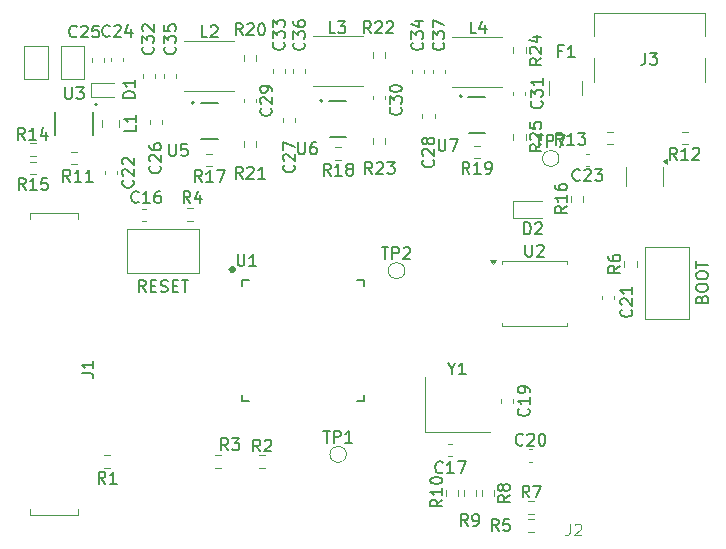
<source format=gbr>
%TF.GenerationSoftware,KiCad,Pcbnew,9.0.3*%
%TF.CreationDate,2025-07-24T02:47:58+05:30*%
%TF.ProjectId,DevBoard_F1C100s_Rev2,44657642-6f61-4726-945f-463143313030,rev?*%
%TF.SameCoordinates,Original*%
%TF.FileFunction,Legend,Top*%
%TF.FilePolarity,Positive*%
%FSLAX46Y46*%
G04 Gerber Fmt 4.6, Leading zero omitted, Abs format (unit mm)*
G04 Created by KiCad (PCBNEW 9.0.3) date 2025-07-24 02:47:58*
%MOMM*%
%LPD*%
G01*
G04 APERTURE LIST*
%ADD10C,0.100000*%
%ADD11C,0.150000*%
%ADD12C,0.120000*%
%ADD13C,0.200000*%
%ADD14C,0.152400*%
%ADD15C,0.350000*%
G04 APERTURE END LIST*
D10*
X176451666Y-75457419D02*
X176451666Y-76171704D01*
X176451666Y-76171704D02*
X176404047Y-76314561D01*
X176404047Y-76314561D02*
X176308809Y-76409800D01*
X176308809Y-76409800D02*
X176165952Y-76457419D01*
X176165952Y-76457419D02*
X176070714Y-76457419D01*
X176880238Y-75552657D02*
X176927857Y-75505038D01*
X176927857Y-75505038D02*
X177023095Y-75457419D01*
X177023095Y-75457419D02*
X177261190Y-75457419D01*
X177261190Y-75457419D02*
X177356428Y-75505038D01*
X177356428Y-75505038D02*
X177404047Y-75552657D01*
X177404047Y-75552657D02*
X177451666Y-75647895D01*
X177451666Y-75647895D02*
X177451666Y-75743133D01*
X177451666Y-75743133D02*
X177404047Y-75885990D01*
X177404047Y-75885990D02*
X176832619Y-76457419D01*
X176832619Y-76457419D02*
X177451666Y-76457419D01*
D11*
X145307141Y-46538189D02*
X144973808Y-46061998D01*
X144735713Y-46538189D02*
X144735713Y-45538189D01*
X144735713Y-45538189D02*
X145116665Y-45538189D01*
X145116665Y-45538189D02*
X145211903Y-45585808D01*
X145211903Y-45585808D02*
X145259522Y-45633427D01*
X145259522Y-45633427D02*
X145307141Y-45728665D01*
X145307141Y-45728665D02*
X145307141Y-45871522D01*
X145307141Y-45871522D02*
X145259522Y-45966760D01*
X145259522Y-45966760D02*
X145211903Y-46014379D01*
X145211903Y-46014379D02*
X145116665Y-46061998D01*
X145116665Y-46061998D02*
X144735713Y-46061998D01*
X146259522Y-46538189D02*
X145688094Y-46538189D01*
X145973808Y-46538189D02*
X145973808Y-45538189D01*
X145973808Y-45538189D02*
X145878570Y-45681046D01*
X145878570Y-45681046D02*
X145783332Y-45776284D01*
X145783332Y-45776284D02*
X145688094Y-45823903D01*
X146592856Y-45538189D02*
X147259522Y-45538189D01*
X147259522Y-45538189D02*
X146830951Y-46538189D01*
X145783332Y-34292318D02*
X145307142Y-34292318D01*
X145307142Y-34292318D02*
X145307142Y-33292318D01*
X146069047Y-33387556D02*
X146116666Y-33339937D01*
X146116666Y-33339937D02*
X146211904Y-33292318D01*
X146211904Y-33292318D02*
X146449999Y-33292318D01*
X146449999Y-33292318D02*
X146545237Y-33339937D01*
X146545237Y-33339937D02*
X146592856Y-33387556D01*
X146592856Y-33387556D02*
X146640475Y-33482794D01*
X146640475Y-33482794D02*
X146640475Y-33578032D01*
X146640475Y-33578032D02*
X146592856Y-33720889D01*
X146592856Y-33720889D02*
X146021428Y-34292318D01*
X146021428Y-34292318D02*
X146640475Y-34292318D01*
X141156964Y-35105356D02*
X141204584Y-35152975D01*
X141204584Y-35152975D02*
X141252203Y-35295832D01*
X141252203Y-35295832D02*
X141252203Y-35391070D01*
X141252203Y-35391070D02*
X141204584Y-35533927D01*
X141204584Y-35533927D02*
X141109345Y-35629165D01*
X141109345Y-35629165D02*
X141014107Y-35676784D01*
X141014107Y-35676784D02*
X140823631Y-35724403D01*
X140823631Y-35724403D02*
X140680774Y-35724403D01*
X140680774Y-35724403D02*
X140490298Y-35676784D01*
X140490298Y-35676784D02*
X140395060Y-35629165D01*
X140395060Y-35629165D02*
X140299822Y-35533927D01*
X140299822Y-35533927D02*
X140252203Y-35391070D01*
X140252203Y-35391070D02*
X140252203Y-35295832D01*
X140252203Y-35295832D02*
X140299822Y-35152975D01*
X140299822Y-35152975D02*
X140347441Y-35105356D01*
X140252203Y-34772022D02*
X140252203Y-34152975D01*
X140252203Y-34152975D02*
X140633155Y-34486308D01*
X140633155Y-34486308D02*
X140633155Y-34343451D01*
X140633155Y-34343451D02*
X140680774Y-34248213D01*
X140680774Y-34248213D02*
X140728393Y-34200594D01*
X140728393Y-34200594D02*
X140823631Y-34152975D01*
X140823631Y-34152975D02*
X141061726Y-34152975D01*
X141061726Y-34152975D02*
X141156964Y-34200594D01*
X141156964Y-34200594D02*
X141204584Y-34248213D01*
X141204584Y-34248213D02*
X141252203Y-34343451D01*
X141252203Y-34343451D02*
X141252203Y-34629165D01*
X141252203Y-34629165D02*
X141204584Y-34724403D01*
X141204584Y-34724403D02*
X141156964Y-34772022D01*
X140347441Y-33772022D02*
X140299822Y-33724403D01*
X140299822Y-33724403D02*
X140252203Y-33629165D01*
X140252203Y-33629165D02*
X140252203Y-33391070D01*
X140252203Y-33391070D02*
X140299822Y-33295832D01*
X140299822Y-33295832D02*
X140347441Y-33248213D01*
X140347441Y-33248213D02*
X140442679Y-33200594D01*
X140442679Y-33200594D02*
X140537917Y-33200594D01*
X140537917Y-33200594D02*
X140680774Y-33248213D01*
X140680774Y-33248213D02*
X141252203Y-33819641D01*
X141252203Y-33819641D02*
X141252203Y-33200594D01*
X142538095Y-43338189D02*
X142538095Y-44147712D01*
X142538095Y-44147712D02*
X142585714Y-44242950D01*
X142585714Y-44242950D02*
X142633333Y-44290570D01*
X142633333Y-44290570D02*
X142728571Y-44338189D01*
X142728571Y-44338189D02*
X142919047Y-44338189D01*
X142919047Y-44338189D02*
X143014285Y-44290570D01*
X143014285Y-44290570D02*
X143061904Y-44242950D01*
X143061904Y-44242950D02*
X143109523Y-44147712D01*
X143109523Y-44147712D02*
X143109523Y-43338189D01*
X144061904Y-43338189D02*
X143585714Y-43338189D01*
X143585714Y-43338189D02*
X143538095Y-43814379D01*
X143538095Y-43814379D02*
X143585714Y-43766760D01*
X143585714Y-43766760D02*
X143680952Y-43719141D01*
X143680952Y-43719141D02*
X143919047Y-43719141D01*
X143919047Y-43719141D02*
X144014285Y-43766760D01*
X144014285Y-43766760D02*
X144061904Y-43814379D01*
X144061904Y-43814379D02*
X144109523Y-43909617D01*
X144109523Y-43909617D02*
X144109523Y-44147712D01*
X144109523Y-44147712D02*
X144061904Y-44242950D01*
X144061904Y-44242950D02*
X144014285Y-44290570D01*
X144014285Y-44290570D02*
X143919047Y-44338189D01*
X143919047Y-44338189D02*
X143680952Y-44338189D01*
X143680952Y-44338189D02*
X143585714Y-44290570D01*
X143585714Y-44290570D02*
X143538095Y-44242950D01*
X143006964Y-35105356D02*
X143054584Y-35152975D01*
X143054584Y-35152975D02*
X143102203Y-35295832D01*
X143102203Y-35295832D02*
X143102203Y-35391070D01*
X143102203Y-35391070D02*
X143054584Y-35533927D01*
X143054584Y-35533927D02*
X142959345Y-35629165D01*
X142959345Y-35629165D02*
X142864107Y-35676784D01*
X142864107Y-35676784D02*
X142673631Y-35724403D01*
X142673631Y-35724403D02*
X142530774Y-35724403D01*
X142530774Y-35724403D02*
X142340298Y-35676784D01*
X142340298Y-35676784D02*
X142245060Y-35629165D01*
X142245060Y-35629165D02*
X142149822Y-35533927D01*
X142149822Y-35533927D02*
X142102203Y-35391070D01*
X142102203Y-35391070D02*
X142102203Y-35295832D01*
X142102203Y-35295832D02*
X142149822Y-35152975D01*
X142149822Y-35152975D02*
X142197441Y-35105356D01*
X142102203Y-34772022D02*
X142102203Y-34152975D01*
X142102203Y-34152975D02*
X142483155Y-34486308D01*
X142483155Y-34486308D02*
X142483155Y-34343451D01*
X142483155Y-34343451D02*
X142530774Y-34248213D01*
X142530774Y-34248213D02*
X142578393Y-34200594D01*
X142578393Y-34200594D02*
X142673631Y-34152975D01*
X142673631Y-34152975D02*
X142911726Y-34152975D01*
X142911726Y-34152975D02*
X143006964Y-34200594D01*
X143006964Y-34200594D02*
X143054584Y-34248213D01*
X143054584Y-34248213D02*
X143102203Y-34343451D01*
X143102203Y-34343451D02*
X143102203Y-34629165D01*
X143102203Y-34629165D02*
X143054584Y-34724403D01*
X143054584Y-34724403D02*
X143006964Y-34772022D01*
X142102203Y-33248213D02*
X142102203Y-33724403D01*
X142102203Y-33724403D02*
X142578393Y-33772022D01*
X142578393Y-33772022D02*
X142530774Y-33724403D01*
X142530774Y-33724403D02*
X142483155Y-33629165D01*
X142483155Y-33629165D02*
X142483155Y-33391070D01*
X142483155Y-33391070D02*
X142530774Y-33295832D01*
X142530774Y-33295832D02*
X142578393Y-33248213D01*
X142578393Y-33248213D02*
X142673631Y-33200594D01*
X142673631Y-33200594D02*
X142911726Y-33200594D01*
X142911726Y-33200594D02*
X143006964Y-33248213D01*
X143006964Y-33248213D02*
X143054584Y-33295832D01*
X143054584Y-33295832D02*
X143102203Y-33391070D01*
X143102203Y-33391070D02*
X143102203Y-33629165D01*
X143102203Y-33629165D02*
X143054584Y-33724403D01*
X143054584Y-33724403D02*
X143006964Y-33772022D01*
X141759580Y-45180357D02*
X141807200Y-45227976D01*
X141807200Y-45227976D02*
X141854819Y-45370833D01*
X141854819Y-45370833D02*
X141854819Y-45466071D01*
X141854819Y-45466071D02*
X141807200Y-45608928D01*
X141807200Y-45608928D02*
X141711961Y-45704166D01*
X141711961Y-45704166D02*
X141616723Y-45751785D01*
X141616723Y-45751785D02*
X141426247Y-45799404D01*
X141426247Y-45799404D02*
X141283390Y-45799404D01*
X141283390Y-45799404D02*
X141092914Y-45751785D01*
X141092914Y-45751785D02*
X140997676Y-45704166D01*
X140997676Y-45704166D02*
X140902438Y-45608928D01*
X140902438Y-45608928D02*
X140854819Y-45466071D01*
X140854819Y-45466071D02*
X140854819Y-45370833D01*
X140854819Y-45370833D02*
X140902438Y-45227976D01*
X140902438Y-45227976D02*
X140950057Y-45180357D01*
X140950057Y-44799404D02*
X140902438Y-44751785D01*
X140902438Y-44751785D02*
X140854819Y-44656547D01*
X140854819Y-44656547D02*
X140854819Y-44418452D01*
X140854819Y-44418452D02*
X140902438Y-44323214D01*
X140902438Y-44323214D02*
X140950057Y-44275595D01*
X140950057Y-44275595D02*
X141045295Y-44227976D01*
X141045295Y-44227976D02*
X141140533Y-44227976D01*
X141140533Y-44227976D02*
X141283390Y-44275595D01*
X141283390Y-44275595D02*
X141854819Y-44847023D01*
X141854819Y-44847023D02*
X141854819Y-44227976D01*
X140854819Y-43370833D02*
X140854819Y-43561309D01*
X140854819Y-43561309D02*
X140902438Y-43656547D01*
X140902438Y-43656547D02*
X140950057Y-43704166D01*
X140950057Y-43704166D02*
X141092914Y-43799404D01*
X141092914Y-43799404D02*
X141283390Y-43847023D01*
X141283390Y-43847023D02*
X141664342Y-43847023D01*
X141664342Y-43847023D02*
X141759580Y-43799404D01*
X141759580Y-43799404D02*
X141807200Y-43751785D01*
X141807200Y-43751785D02*
X141854819Y-43656547D01*
X141854819Y-43656547D02*
X141854819Y-43466071D01*
X141854819Y-43466071D02*
X141807200Y-43370833D01*
X141807200Y-43370833D02*
X141759580Y-43323214D01*
X141759580Y-43323214D02*
X141664342Y-43275595D01*
X141664342Y-43275595D02*
X141426247Y-43275595D01*
X141426247Y-43275595D02*
X141331009Y-43323214D01*
X141331009Y-43323214D02*
X141283390Y-43370833D01*
X141283390Y-43370833D02*
X141235771Y-43466071D01*
X141235771Y-43466071D02*
X141235771Y-43656547D01*
X141235771Y-43656547D02*
X141283390Y-43751785D01*
X141283390Y-43751785D02*
X141331009Y-43799404D01*
X141331009Y-43799404D02*
X141426247Y-43847023D01*
X151159580Y-40305858D02*
X151207200Y-40353477D01*
X151207200Y-40353477D02*
X151254819Y-40496334D01*
X151254819Y-40496334D02*
X151254819Y-40591572D01*
X151254819Y-40591572D02*
X151207200Y-40734429D01*
X151207200Y-40734429D02*
X151111961Y-40829667D01*
X151111961Y-40829667D02*
X151016723Y-40877286D01*
X151016723Y-40877286D02*
X150826247Y-40924905D01*
X150826247Y-40924905D02*
X150683390Y-40924905D01*
X150683390Y-40924905D02*
X150492914Y-40877286D01*
X150492914Y-40877286D02*
X150397676Y-40829667D01*
X150397676Y-40829667D02*
X150302438Y-40734429D01*
X150302438Y-40734429D02*
X150254819Y-40591572D01*
X150254819Y-40591572D02*
X150254819Y-40496334D01*
X150254819Y-40496334D02*
X150302438Y-40353477D01*
X150302438Y-40353477D02*
X150350057Y-40305858D01*
X150350057Y-39924905D02*
X150302438Y-39877286D01*
X150302438Y-39877286D02*
X150254819Y-39782048D01*
X150254819Y-39782048D02*
X150254819Y-39543953D01*
X150254819Y-39543953D02*
X150302438Y-39448715D01*
X150302438Y-39448715D02*
X150350057Y-39401096D01*
X150350057Y-39401096D02*
X150445295Y-39353477D01*
X150445295Y-39353477D02*
X150540533Y-39353477D01*
X150540533Y-39353477D02*
X150683390Y-39401096D01*
X150683390Y-39401096D02*
X151254819Y-39972524D01*
X151254819Y-39972524D02*
X151254819Y-39353477D01*
X151254819Y-38877286D02*
X151254819Y-38686810D01*
X151254819Y-38686810D02*
X151207200Y-38591572D01*
X151207200Y-38591572D02*
X151159580Y-38543953D01*
X151159580Y-38543953D02*
X151016723Y-38448715D01*
X151016723Y-38448715D02*
X150826247Y-38401096D01*
X150826247Y-38401096D02*
X150445295Y-38401096D01*
X150445295Y-38401096D02*
X150350057Y-38448715D01*
X150350057Y-38448715D02*
X150302438Y-38496334D01*
X150302438Y-38496334D02*
X150254819Y-38591572D01*
X150254819Y-38591572D02*
X150254819Y-38782048D01*
X150254819Y-38782048D02*
X150302438Y-38877286D01*
X150302438Y-38877286D02*
X150350057Y-38924905D01*
X150350057Y-38924905D02*
X150445295Y-38972524D01*
X150445295Y-38972524D02*
X150683390Y-38972524D01*
X150683390Y-38972524D02*
X150778628Y-38924905D01*
X150778628Y-38924905D02*
X150826247Y-38877286D01*
X150826247Y-38877286D02*
X150873866Y-38782048D01*
X150873866Y-38782048D02*
X150873866Y-38591572D01*
X150873866Y-38591572D02*
X150826247Y-38496334D01*
X150826247Y-38496334D02*
X150778628Y-38448715D01*
X150778628Y-38448715D02*
X150683390Y-38401096D01*
X148757142Y-46255320D02*
X148423809Y-45779129D01*
X148185714Y-46255320D02*
X148185714Y-45255320D01*
X148185714Y-45255320D02*
X148566666Y-45255320D01*
X148566666Y-45255320D02*
X148661904Y-45302939D01*
X148661904Y-45302939D02*
X148709523Y-45350558D01*
X148709523Y-45350558D02*
X148757142Y-45445796D01*
X148757142Y-45445796D02*
X148757142Y-45588653D01*
X148757142Y-45588653D02*
X148709523Y-45683891D01*
X148709523Y-45683891D02*
X148661904Y-45731510D01*
X148661904Y-45731510D02*
X148566666Y-45779129D01*
X148566666Y-45779129D02*
X148185714Y-45779129D01*
X149138095Y-45350558D02*
X149185714Y-45302939D01*
X149185714Y-45302939D02*
X149280952Y-45255320D01*
X149280952Y-45255320D02*
X149519047Y-45255320D01*
X149519047Y-45255320D02*
X149614285Y-45302939D01*
X149614285Y-45302939D02*
X149661904Y-45350558D01*
X149661904Y-45350558D02*
X149709523Y-45445796D01*
X149709523Y-45445796D02*
X149709523Y-45541034D01*
X149709523Y-45541034D02*
X149661904Y-45683891D01*
X149661904Y-45683891D02*
X149090476Y-46255320D01*
X149090476Y-46255320D02*
X149709523Y-46255320D01*
X150661904Y-46255320D02*
X150090476Y-46255320D01*
X150376190Y-46255320D02*
X150376190Y-45255320D01*
X150376190Y-45255320D02*
X150280952Y-45398177D01*
X150280952Y-45398177D02*
X150185714Y-45493415D01*
X150185714Y-45493415D02*
X150090476Y-45541034D01*
X148757142Y-34105320D02*
X148423809Y-33629129D01*
X148185714Y-34105320D02*
X148185714Y-33105320D01*
X148185714Y-33105320D02*
X148566666Y-33105320D01*
X148566666Y-33105320D02*
X148661904Y-33152939D01*
X148661904Y-33152939D02*
X148709523Y-33200558D01*
X148709523Y-33200558D02*
X148757142Y-33295796D01*
X148757142Y-33295796D02*
X148757142Y-33438653D01*
X148757142Y-33438653D02*
X148709523Y-33533891D01*
X148709523Y-33533891D02*
X148661904Y-33581510D01*
X148661904Y-33581510D02*
X148566666Y-33629129D01*
X148566666Y-33629129D02*
X148185714Y-33629129D01*
X149138095Y-33200558D02*
X149185714Y-33152939D01*
X149185714Y-33152939D02*
X149280952Y-33105320D01*
X149280952Y-33105320D02*
X149519047Y-33105320D01*
X149519047Y-33105320D02*
X149614285Y-33152939D01*
X149614285Y-33152939D02*
X149661904Y-33200558D01*
X149661904Y-33200558D02*
X149709523Y-33295796D01*
X149709523Y-33295796D02*
X149709523Y-33391034D01*
X149709523Y-33391034D02*
X149661904Y-33533891D01*
X149661904Y-33533891D02*
X149090476Y-34105320D01*
X149090476Y-34105320D02*
X149709523Y-34105320D01*
X150328571Y-33105320D02*
X150423809Y-33105320D01*
X150423809Y-33105320D02*
X150519047Y-33152939D01*
X150519047Y-33152939D02*
X150566666Y-33200558D01*
X150566666Y-33200558D02*
X150614285Y-33295796D01*
X150614285Y-33295796D02*
X150661904Y-33486272D01*
X150661904Y-33486272D02*
X150661904Y-33724367D01*
X150661904Y-33724367D02*
X150614285Y-33914843D01*
X150614285Y-33914843D02*
X150566666Y-34010081D01*
X150566666Y-34010081D02*
X150519047Y-34057701D01*
X150519047Y-34057701D02*
X150423809Y-34105320D01*
X150423809Y-34105320D02*
X150328571Y-34105320D01*
X150328571Y-34105320D02*
X150233333Y-34057701D01*
X150233333Y-34057701D02*
X150185714Y-34010081D01*
X150185714Y-34010081D02*
X150138095Y-33914843D01*
X150138095Y-33914843D02*
X150090476Y-33724367D01*
X150090476Y-33724367D02*
X150090476Y-33486272D01*
X150090476Y-33486272D02*
X150138095Y-33295796D01*
X150138095Y-33295796D02*
X150185714Y-33200558D01*
X150185714Y-33200558D02*
X150233333Y-33152939D01*
X150233333Y-33152939D02*
X150328571Y-33105320D01*
X165363094Y-42904820D02*
X165363094Y-43714343D01*
X165363094Y-43714343D02*
X165410713Y-43809581D01*
X165410713Y-43809581D02*
X165458332Y-43857201D01*
X165458332Y-43857201D02*
X165553570Y-43904820D01*
X165553570Y-43904820D02*
X165744046Y-43904820D01*
X165744046Y-43904820D02*
X165839284Y-43857201D01*
X165839284Y-43857201D02*
X165886903Y-43809581D01*
X165886903Y-43809581D02*
X165934522Y-43714343D01*
X165934522Y-43714343D02*
X165934522Y-42904820D01*
X166315475Y-42904820D02*
X166982141Y-42904820D01*
X166982141Y-42904820D02*
X166553570Y-43904820D01*
X174054818Y-43355357D02*
X173578627Y-43688690D01*
X174054818Y-43926785D02*
X173054818Y-43926785D01*
X173054818Y-43926785D02*
X173054818Y-43545833D01*
X173054818Y-43545833D02*
X173102437Y-43450595D01*
X173102437Y-43450595D02*
X173150056Y-43402976D01*
X173150056Y-43402976D02*
X173245294Y-43355357D01*
X173245294Y-43355357D02*
X173388151Y-43355357D01*
X173388151Y-43355357D02*
X173483389Y-43402976D01*
X173483389Y-43402976D02*
X173531008Y-43450595D01*
X173531008Y-43450595D02*
X173578627Y-43545833D01*
X173578627Y-43545833D02*
X173578627Y-43926785D01*
X173150056Y-42974404D02*
X173102437Y-42926785D01*
X173102437Y-42926785D02*
X173054818Y-42831547D01*
X173054818Y-42831547D02*
X173054818Y-42593452D01*
X173054818Y-42593452D02*
X173102437Y-42498214D01*
X173102437Y-42498214D02*
X173150056Y-42450595D01*
X173150056Y-42450595D02*
X173245294Y-42402976D01*
X173245294Y-42402976D02*
X173340532Y-42402976D01*
X173340532Y-42402976D02*
X173483389Y-42450595D01*
X173483389Y-42450595D02*
X174054818Y-43022023D01*
X174054818Y-43022023D02*
X174054818Y-42402976D01*
X173054818Y-41498214D02*
X173054818Y-41974404D01*
X173054818Y-41974404D02*
X173531008Y-42022023D01*
X173531008Y-42022023D02*
X173483389Y-41974404D01*
X173483389Y-41974404D02*
X173435770Y-41879166D01*
X173435770Y-41879166D02*
X173435770Y-41641071D01*
X173435770Y-41641071D02*
X173483389Y-41545833D01*
X173483389Y-41545833D02*
X173531008Y-41498214D01*
X173531008Y-41498214D02*
X173626246Y-41450595D01*
X173626246Y-41450595D02*
X173864341Y-41450595D01*
X173864341Y-41450595D02*
X173959579Y-41498214D01*
X173959579Y-41498214D02*
X174007199Y-41545833D01*
X174007199Y-41545833D02*
X174054818Y-41641071D01*
X174054818Y-41641071D02*
X174054818Y-41879166D01*
X174054818Y-41879166D02*
X174007199Y-41974404D01*
X174007199Y-41974404D02*
X173959579Y-42022023D01*
X167969641Y-45854820D02*
X167636308Y-45378629D01*
X167398213Y-45854820D02*
X167398213Y-44854820D01*
X167398213Y-44854820D02*
X167779165Y-44854820D01*
X167779165Y-44854820D02*
X167874403Y-44902439D01*
X167874403Y-44902439D02*
X167922022Y-44950058D01*
X167922022Y-44950058D02*
X167969641Y-45045296D01*
X167969641Y-45045296D02*
X167969641Y-45188153D01*
X167969641Y-45188153D02*
X167922022Y-45283391D01*
X167922022Y-45283391D02*
X167874403Y-45331010D01*
X167874403Y-45331010D02*
X167779165Y-45378629D01*
X167779165Y-45378629D02*
X167398213Y-45378629D01*
X168922022Y-45854820D02*
X168350594Y-45854820D01*
X168636308Y-45854820D02*
X168636308Y-44854820D01*
X168636308Y-44854820D02*
X168541070Y-44997677D01*
X168541070Y-44997677D02*
X168445832Y-45092915D01*
X168445832Y-45092915D02*
X168350594Y-45140534D01*
X169398213Y-45854820D02*
X169588689Y-45854820D01*
X169588689Y-45854820D02*
X169683927Y-45807201D01*
X169683927Y-45807201D02*
X169731546Y-45759581D01*
X169731546Y-45759581D02*
X169826784Y-45616724D01*
X169826784Y-45616724D02*
X169874403Y-45426248D01*
X169874403Y-45426248D02*
X169874403Y-45045296D01*
X169874403Y-45045296D02*
X169826784Y-44950058D01*
X169826784Y-44950058D02*
X169779165Y-44902439D01*
X169779165Y-44902439D02*
X169683927Y-44854820D01*
X169683927Y-44854820D02*
X169493451Y-44854820D01*
X169493451Y-44854820D02*
X169398213Y-44902439D01*
X169398213Y-44902439D02*
X169350594Y-44950058D01*
X169350594Y-44950058D02*
X169302975Y-45045296D01*
X169302975Y-45045296D02*
X169302975Y-45283391D01*
X169302975Y-45283391D02*
X169350594Y-45378629D01*
X169350594Y-45378629D02*
X169398213Y-45426248D01*
X169398213Y-45426248D02*
X169493451Y-45473867D01*
X169493451Y-45473867D02*
X169683927Y-45473867D01*
X169683927Y-45473867D02*
X169779165Y-45426248D01*
X169779165Y-45426248D02*
X169826784Y-45378629D01*
X169826784Y-45378629D02*
X169874403Y-45283391D01*
X174059579Y-39680358D02*
X174107199Y-39727977D01*
X174107199Y-39727977D02*
X174154818Y-39870834D01*
X174154818Y-39870834D02*
X174154818Y-39966072D01*
X174154818Y-39966072D02*
X174107199Y-40108929D01*
X174107199Y-40108929D02*
X174011960Y-40204167D01*
X174011960Y-40204167D02*
X173916722Y-40251786D01*
X173916722Y-40251786D02*
X173726246Y-40299405D01*
X173726246Y-40299405D02*
X173583389Y-40299405D01*
X173583389Y-40299405D02*
X173392913Y-40251786D01*
X173392913Y-40251786D02*
X173297675Y-40204167D01*
X173297675Y-40204167D02*
X173202437Y-40108929D01*
X173202437Y-40108929D02*
X173154818Y-39966072D01*
X173154818Y-39966072D02*
X173154818Y-39870834D01*
X173154818Y-39870834D02*
X173202437Y-39727977D01*
X173202437Y-39727977D02*
X173250056Y-39680358D01*
X173154818Y-39347024D02*
X173154818Y-38727977D01*
X173154818Y-38727977D02*
X173535770Y-39061310D01*
X173535770Y-39061310D02*
X173535770Y-38918453D01*
X173535770Y-38918453D02*
X173583389Y-38823215D01*
X173583389Y-38823215D02*
X173631008Y-38775596D01*
X173631008Y-38775596D02*
X173726246Y-38727977D01*
X173726246Y-38727977D02*
X173964341Y-38727977D01*
X173964341Y-38727977D02*
X174059579Y-38775596D01*
X174059579Y-38775596D02*
X174107199Y-38823215D01*
X174107199Y-38823215D02*
X174154818Y-38918453D01*
X174154818Y-38918453D02*
X174154818Y-39204167D01*
X174154818Y-39204167D02*
X174107199Y-39299405D01*
X174107199Y-39299405D02*
X174059579Y-39347024D01*
X174154818Y-37775596D02*
X174154818Y-38347024D01*
X174154818Y-38061310D02*
X173154818Y-38061310D01*
X173154818Y-38061310D02*
X173297675Y-38156548D01*
X173297675Y-38156548D02*
X173392913Y-38251786D01*
X173392913Y-38251786D02*
X173440532Y-38347024D01*
X168533332Y-33954820D02*
X168057142Y-33954820D01*
X168057142Y-33954820D02*
X168057142Y-32954820D01*
X169295237Y-33288153D02*
X169295237Y-33954820D01*
X169057142Y-32907201D02*
X168819047Y-33621486D01*
X168819047Y-33621486D02*
X169438094Y-33621486D01*
X174054818Y-36055358D02*
X173578627Y-36388691D01*
X174054818Y-36626786D02*
X173054818Y-36626786D01*
X173054818Y-36626786D02*
X173054818Y-36245834D01*
X173054818Y-36245834D02*
X173102437Y-36150596D01*
X173102437Y-36150596D02*
X173150056Y-36102977D01*
X173150056Y-36102977D02*
X173245294Y-36055358D01*
X173245294Y-36055358D02*
X173388151Y-36055358D01*
X173388151Y-36055358D02*
X173483389Y-36102977D01*
X173483389Y-36102977D02*
X173531008Y-36150596D01*
X173531008Y-36150596D02*
X173578627Y-36245834D01*
X173578627Y-36245834D02*
X173578627Y-36626786D01*
X173150056Y-35674405D02*
X173102437Y-35626786D01*
X173102437Y-35626786D02*
X173054818Y-35531548D01*
X173054818Y-35531548D02*
X173054818Y-35293453D01*
X173054818Y-35293453D02*
X173102437Y-35198215D01*
X173102437Y-35198215D02*
X173150056Y-35150596D01*
X173150056Y-35150596D02*
X173245294Y-35102977D01*
X173245294Y-35102977D02*
X173340532Y-35102977D01*
X173340532Y-35102977D02*
X173483389Y-35150596D01*
X173483389Y-35150596D02*
X174054818Y-35722024D01*
X174054818Y-35722024D02*
X174054818Y-35102977D01*
X173388151Y-34245834D02*
X174054818Y-34245834D01*
X173007199Y-34483929D02*
X173721484Y-34722024D01*
X173721484Y-34722024D02*
X173721484Y-34102977D01*
X164884579Y-44692858D02*
X164932199Y-44740477D01*
X164932199Y-44740477D02*
X164979818Y-44883334D01*
X164979818Y-44883334D02*
X164979818Y-44978572D01*
X164979818Y-44978572D02*
X164932199Y-45121429D01*
X164932199Y-45121429D02*
X164836960Y-45216667D01*
X164836960Y-45216667D02*
X164741722Y-45264286D01*
X164741722Y-45264286D02*
X164551246Y-45311905D01*
X164551246Y-45311905D02*
X164408389Y-45311905D01*
X164408389Y-45311905D02*
X164217913Y-45264286D01*
X164217913Y-45264286D02*
X164122675Y-45216667D01*
X164122675Y-45216667D02*
X164027437Y-45121429D01*
X164027437Y-45121429D02*
X163979818Y-44978572D01*
X163979818Y-44978572D02*
X163979818Y-44883334D01*
X163979818Y-44883334D02*
X164027437Y-44740477D01*
X164027437Y-44740477D02*
X164075056Y-44692858D01*
X164075056Y-44311905D02*
X164027437Y-44264286D01*
X164027437Y-44264286D02*
X163979818Y-44169048D01*
X163979818Y-44169048D02*
X163979818Y-43930953D01*
X163979818Y-43930953D02*
X164027437Y-43835715D01*
X164027437Y-43835715D02*
X164075056Y-43788096D01*
X164075056Y-43788096D02*
X164170294Y-43740477D01*
X164170294Y-43740477D02*
X164265532Y-43740477D01*
X164265532Y-43740477D02*
X164408389Y-43788096D01*
X164408389Y-43788096D02*
X164979818Y-44359524D01*
X164979818Y-44359524D02*
X164979818Y-43740477D01*
X164408389Y-43169048D02*
X164360770Y-43264286D01*
X164360770Y-43264286D02*
X164313151Y-43311905D01*
X164313151Y-43311905D02*
X164217913Y-43359524D01*
X164217913Y-43359524D02*
X164170294Y-43359524D01*
X164170294Y-43359524D02*
X164075056Y-43311905D01*
X164075056Y-43311905D02*
X164027437Y-43264286D01*
X164027437Y-43264286D02*
X163979818Y-43169048D01*
X163979818Y-43169048D02*
X163979818Y-42978572D01*
X163979818Y-42978572D02*
X164027437Y-42883334D01*
X164027437Y-42883334D02*
X164075056Y-42835715D01*
X164075056Y-42835715D02*
X164170294Y-42788096D01*
X164170294Y-42788096D02*
X164217913Y-42788096D01*
X164217913Y-42788096D02*
X164313151Y-42835715D01*
X164313151Y-42835715D02*
X164360770Y-42883334D01*
X164360770Y-42883334D02*
X164408389Y-42978572D01*
X164408389Y-42978572D02*
X164408389Y-43169048D01*
X164408389Y-43169048D02*
X164456008Y-43264286D01*
X164456008Y-43264286D02*
X164503627Y-43311905D01*
X164503627Y-43311905D02*
X164598865Y-43359524D01*
X164598865Y-43359524D02*
X164789341Y-43359524D01*
X164789341Y-43359524D02*
X164884579Y-43311905D01*
X164884579Y-43311905D02*
X164932199Y-43264286D01*
X164932199Y-43264286D02*
X164979818Y-43169048D01*
X164979818Y-43169048D02*
X164979818Y-42978572D01*
X164979818Y-42978572D02*
X164932199Y-42883334D01*
X164932199Y-42883334D02*
X164884579Y-42835715D01*
X164884579Y-42835715D02*
X164789341Y-42788096D01*
X164789341Y-42788096D02*
X164598865Y-42788096D01*
X164598865Y-42788096D02*
X164503627Y-42835715D01*
X164503627Y-42835715D02*
X164456008Y-42883334D01*
X164456008Y-42883334D02*
X164408389Y-42978572D01*
X163959579Y-34742858D02*
X164007199Y-34790477D01*
X164007199Y-34790477D02*
X164054818Y-34933334D01*
X164054818Y-34933334D02*
X164054818Y-35028572D01*
X164054818Y-35028572D02*
X164007199Y-35171429D01*
X164007199Y-35171429D02*
X163911960Y-35266667D01*
X163911960Y-35266667D02*
X163816722Y-35314286D01*
X163816722Y-35314286D02*
X163626246Y-35361905D01*
X163626246Y-35361905D02*
X163483389Y-35361905D01*
X163483389Y-35361905D02*
X163292913Y-35314286D01*
X163292913Y-35314286D02*
X163197675Y-35266667D01*
X163197675Y-35266667D02*
X163102437Y-35171429D01*
X163102437Y-35171429D02*
X163054818Y-35028572D01*
X163054818Y-35028572D02*
X163054818Y-34933334D01*
X163054818Y-34933334D02*
X163102437Y-34790477D01*
X163102437Y-34790477D02*
X163150056Y-34742858D01*
X163054818Y-34409524D02*
X163054818Y-33790477D01*
X163054818Y-33790477D02*
X163435770Y-34123810D01*
X163435770Y-34123810D02*
X163435770Y-33980953D01*
X163435770Y-33980953D02*
X163483389Y-33885715D01*
X163483389Y-33885715D02*
X163531008Y-33838096D01*
X163531008Y-33838096D02*
X163626246Y-33790477D01*
X163626246Y-33790477D02*
X163864341Y-33790477D01*
X163864341Y-33790477D02*
X163959579Y-33838096D01*
X163959579Y-33838096D02*
X164007199Y-33885715D01*
X164007199Y-33885715D02*
X164054818Y-33980953D01*
X164054818Y-33980953D02*
X164054818Y-34266667D01*
X164054818Y-34266667D02*
X164007199Y-34361905D01*
X164007199Y-34361905D02*
X163959579Y-34409524D01*
X163388151Y-32933334D02*
X164054818Y-32933334D01*
X163007199Y-33171429D02*
X163721484Y-33409524D01*
X163721484Y-33409524D02*
X163721484Y-32790477D01*
X165759579Y-34742858D02*
X165807199Y-34790477D01*
X165807199Y-34790477D02*
X165854818Y-34933334D01*
X165854818Y-34933334D02*
X165854818Y-35028572D01*
X165854818Y-35028572D02*
X165807199Y-35171429D01*
X165807199Y-35171429D02*
X165711960Y-35266667D01*
X165711960Y-35266667D02*
X165616722Y-35314286D01*
X165616722Y-35314286D02*
X165426246Y-35361905D01*
X165426246Y-35361905D02*
X165283389Y-35361905D01*
X165283389Y-35361905D02*
X165092913Y-35314286D01*
X165092913Y-35314286D02*
X164997675Y-35266667D01*
X164997675Y-35266667D02*
X164902437Y-35171429D01*
X164902437Y-35171429D02*
X164854818Y-35028572D01*
X164854818Y-35028572D02*
X164854818Y-34933334D01*
X164854818Y-34933334D02*
X164902437Y-34790477D01*
X164902437Y-34790477D02*
X164950056Y-34742858D01*
X164854818Y-34409524D02*
X164854818Y-33790477D01*
X164854818Y-33790477D02*
X165235770Y-34123810D01*
X165235770Y-34123810D02*
X165235770Y-33980953D01*
X165235770Y-33980953D02*
X165283389Y-33885715D01*
X165283389Y-33885715D02*
X165331008Y-33838096D01*
X165331008Y-33838096D02*
X165426246Y-33790477D01*
X165426246Y-33790477D02*
X165664341Y-33790477D01*
X165664341Y-33790477D02*
X165759579Y-33838096D01*
X165759579Y-33838096D02*
X165807199Y-33885715D01*
X165807199Y-33885715D02*
X165854818Y-33980953D01*
X165854818Y-33980953D02*
X165854818Y-34266667D01*
X165854818Y-34266667D02*
X165807199Y-34361905D01*
X165807199Y-34361905D02*
X165759579Y-34409524D01*
X164854818Y-33457143D02*
X164854818Y-32790477D01*
X164854818Y-32790477D02*
X165854818Y-33219048D01*
X144333333Y-48314819D02*
X144000000Y-47838628D01*
X143761905Y-48314819D02*
X143761905Y-47314819D01*
X143761905Y-47314819D02*
X144142857Y-47314819D01*
X144142857Y-47314819D02*
X144238095Y-47362438D01*
X144238095Y-47362438D02*
X144285714Y-47410057D01*
X144285714Y-47410057D02*
X144333333Y-47505295D01*
X144333333Y-47505295D02*
X144333333Y-47648152D01*
X144333333Y-47648152D02*
X144285714Y-47743390D01*
X144285714Y-47743390D02*
X144238095Y-47791009D01*
X144238095Y-47791009D02*
X144142857Y-47838628D01*
X144142857Y-47838628D02*
X143761905Y-47838628D01*
X145190476Y-47648152D02*
X145190476Y-48314819D01*
X144952381Y-47267200D02*
X144714286Y-47981485D01*
X144714286Y-47981485D02*
X145333333Y-47981485D01*
X172705045Y-51854819D02*
X172705045Y-52664342D01*
X172705045Y-52664342D02*
X172752664Y-52759580D01*
X172752664Y-52759580D02*
X172800283Y-52807200D01*
X172800283Y-52807200D02*
X172895521Y-52854819D01*
X172895521Y-52854819D02*
X173085997Y-52854819D01*
X173085997Y-52854819D02*
X173181235Y-52807200D01*
X173181235Y-52807200D02*
X173228854Y-52759580D01*
X173228854Y-52759580D02*
X173276473Y-52664342D01*
X173276473Y-52664342D02*
X173276473Y-51854819D01*
X173705045Y-51950057D02*
X173752664Y-51902438D01*
X173752664Y-51902438D02*
X173847902Y-51854819D01*
X173847902Y-51854819D02*
X174085997Y-51854819D01*
X174085997Y-51854819D02*
X174181235Y-51902438D01*
X174181235Y-51902438D02*
X174228854Y-51950057D01*
X174228854Y-51950057D02*
X174276473Y-52045295D01*
X174276473Y-52045295D02*
X174276473Y-52140533D01*
X174276473Y-52140533D02*
X174228854Y-52283390D01*
X174228854Y-52283390D02*
X173657426Y-52854819D01*
X173657426Y-52854819D02*
X174276473Y-52854819D01*
X159632142Y-33944818D02*
X159298809Y-33468627D01*
X159060714Y-33944818D02*
X159060714Y-32944818D01*
X159060714Y-32944818D02*
X159441666Y-32944818D01*
X159441666Y-32944818D02*
X159536904Y-32992437D01*
X159536904Y-32992437D02*
X159584523Y-33040056D01*
X159584523Y-33040056D02*
X159632142Y-33135294D01*
X159632142Y-33135294D02*
X159632142Y-33278151D01*
X159632142Y-33278151D02*
X159584523Y-33373389D01*
X159584523Y-33373389D02*
X159536904Y-33421008D01*
X159536904Y-33421008D02*
X159441666Y-33468627D01*
X159441666Y-33468627D02*
X159060714Y-33468627D01*
X160013095Y-33040056D02*
X160060714Y-32992437D01*
X160060714Y-32992437D02*
X160155952Y-32944818D01*
X160155952Y-32944818D02*
X160394047Y-32944818D01*
X160394047Y-32944818D02*
X160489285Y-32992437D01*
X160489285Y-32992437D02*
X160536904Y-33040056D01*
X160536904Y-33040056D02*
X160584523Y-33135294D01*
X160584523Y-33135294D02*
X160584523Y-33230532D01*
X160584523Y-33230532D02*
X160536904Y-33373389D01*
X160536904Y-33373389D02*
X159965476Y-33944818D01*
X159965476Y-33944818D02*
X160584523Y-33944818D01*
X160965476Y-33040056D02*
X161013095Y-32992437D01*
X161013095Y-32992437D02*
X161108333Y-32944818D01*
X161108333Y-32944818D02*
X161346428Y-32944818D01*
X161346428Y-32944818D02*
X161441666Y-32992437D01*
X161441666Y-32992437D02*
X161489285Y-33040056D01*
X161489285Y-33040056D02*
X161536904Y-33135294D01*
X161536904Y-33135294D02*
X161536904Y-33230532D01*
X161536904Y-33230532D02*
X161489285Y-33373389D01*
X161489285Y-33373389D02*
X160917857Y-33944818D01*
X160917857Y-33944818D02*
X161536904Y-33944818D01*
X153463095Y-43197189D02*
X153463095Y-44006712D01*
X153463095Y-44006712D02*
X153510714Y-44101950D01*
X153510714Y-44101950D02*
X153558333Y-44149570D01*
X153558333Y-44149570D02*
X153653571Y-44197189D01*
X153653571Y-44197189D02*
X153844047Y-44197189D01*
X153844047Y-44197189D02*
X153939285Y-44149570D01*
X153939285Y-44149570D02*
X153986904Y-44101950D01*
X153986904Y-44101950D02*
X154034523Y-44006712D01*
X154034523Y-44006712D02*
X154034523Y-43197189D01*
X154939285Y-43197189D02*
X154748809Y-43197189D01*
X154748809Y-43197189D02*
X154653571Y-43244808D01*
X154653571Y-43244808D02*
X154605952Y-43292427D01*
X154605952Y-43292427D02*
X154510714Y-43435284D01*
X154510714Y-43435284D02*
X154463095Y-43625760D01*
X154463095Y-43625760D02*
X154463095Y-44006712D01*
X154463095Y-44006712D02*
X154510714Y-44101950D01*
X154510714Y-44101950D02*
X154558333Y-44149570D01*
X154558333Y-44149570D02*
X154653571Y-44197189D01*
X154653571Y-44197189D02*
X154844047Y-44197189D01*
X154844047Y-44197189D02*
X154939285Y-44149570D01*
X154939285Y-44149570D02*
X154986904Y-44101950D01*
X154986904Y-44101950D02*
X155034523Y-44006712D01*
X155034523Y-44006712D02*
X155034523Y-43768617D01*
X155034523Y-43768617D02*
X154986904Y-43673379D01*
X154986904Y-43673379D02*
X154939285Y-43625760D01*
X154939285Y-43625760D02*
X154844047Y-43578141D01*
X154844047Y-43578141D02*
X154653571Y-43578141D01*
X154653571Y-43578141D02*
X154558333Y-43625760D01*
X154558333Y-43625760D02*
X154510714Y-43673379D01*
X154510714Y-43673379D02*
X154463095Y-43768617D01*
X155588095Y-67606819D02*
X156159523Y-67606819D01*
X155873809Y-68606819D02*
X155873809Y-67606819D01*
X156492857Y-68606819D02*
X156492857Y-67606819D01*
X156492857Y-67606819D02*
X156873809Y-67606819D01*
X156873809Y-67606819D02*
X156969047Y-67654438D01*
X156969047Y-67654438D02*
X157016666Y-67702057D01*
X157016666Y-67702057D02*
X157064285Y-67797295D01*
X157064285Y-67797295D02*
X157064285Y-67940152D01*
X157064285Y-67940152D02*
X157016666Y-68035390D01*
X157016666Y-68035390D02*
X156969047Y-68083009D01*
X156969047Y-68083009D02*
X156873809Y-68130628D01*
X156873809Y-68130628D02*
X156492857Y-68130628D01*
X158016666Y-68606819D02*
X157445238Y-68606819D01*
X157730952Y-68606819D02*
X157730952Y-67606819D01*
X157730952Y-67606819D02*
X157635714Y-67749676D01*
X157635714Y-67749676D02*
X157540476Y-67844914D01*
X157540476Y-67844914D02*
X157445238Y-67892533D01*
X139754819Y-41754166D02*
X139754819Y-42230356D01*
X139754819Y-42230356D02*
X138754819Y-42230356D01*
X139754819Y-40897023D02*
X139754819Y-41468451D01*
X139754819Y-41182737D02*
X138754819Y-41182737D01*
X138754819Y-41182737D02*
X138897676Y-41277975D01*
X138897676Y-41277975D02*
X138992914Y-41373213D01*
X138992914Y-41373213D02*
X139040533Y-41468451D01*
X172967551Y-65732857D02*
X173015171Y-65780476D01*
X173015171Y-65780476D02*
X173062790Y-65923333D01*
X173062790Y-65923333D02*
X173062790Y-66018571D01*
X173062790Y-66018571D02*
X173015171Y-66161428D01*
X173015171Y-66161428D02*
X172919932Y-66256666D01*
X172919932Y-66256666D02*
X172824694Y-66304285D01*
X172824694Y-66304285D02*
X172634218Y-66351904D01*
X172634218Y-66351904D02*
X172491361Y-66351904D01*
X172491361Y-66351904D02*
X172300885Y-66304285D01*
X172300885Y-66304285D02*
X172205647Y-66256666D01*
X172205647Y-66256666D02*
X172110409Y-66161428D01*
X172110409Y-66161428D02*
X172062790Y-66018571D01*
X172062790Y-66018571D02*
X172062790Y-65923333D01*
X172062790Y-65923333D02*
X172110409Y-65780476D01*
X172110409Y-65780476D02*
X172158028Y-65732857D01*
X173062790Y-64780476D02*
X173062790Y-65351904D01*
X173062790Y-65066190D02*
X172062790Y-65066190D01*
X172062790Y-65066190D02*
X172205647Y-65161428D01*
X172205647Y-65161428D02*
X172300885Y-65256666D01*
X172300885Y-65256666D02*
X172348504Y-65351904D01*
X173062790Y-64304285D02*
X173062790Y-64113809D01*
X173062790Y-64113809D02*
X173015171Y-64018571D01*
X173015171Y-64018571D02*
X172967551Y-63970952D01*
X172967551Y-63970952D02*
X172824694Y-63875714D01*
X172824694Y-63875714D02*
X172634218Y-63828095D01*
X172634218Y-63828095D02*
X172253266Y-63828095D01*
X172253266Y-63828095D02*
X172158028Y-63875714D01*
X172158028Y-63875714D02*
X172110409Y-63923333D01*
X172110409Y-63923333D02*
X172062790Y-64018571D01*
X172062790Y-64018571D02*
X172062790Y-64209047D01*
X172062790Y-64209047D02*
X172110409Y-64304285D01*
X172110409Y-64304285D02*
X172158028Y-64351904D01*
X172158028Y-64351904D02*
X172253266Y-64399523D01*
X172253266Y-64399523D02*
X172491361Y-64399523D01*
X172491361Y-64399523D02*
X172586599Y-64351904D01*
X172586599Y-64351904D02*
X172634218Y-64304285D01*
X172634218Y-64304285D02*
X172681837Y-64209047D01*
X172681837Y-64209047D02*
X172681837Y-64018571D01*
X172681837Y-64018571D02*
X172634218Y-63923333D01*
X172634218Y-63923333D02*
X172586599Y-63875714D01*
X172586599Y-63875714D02*
X172491361Y-63828095D01*
X171379819Y-73066666D02*
X170903628Y-73399999D01*
X171379819Y-73638094D02*
X170379819Y-73638094D01*
X170379819Y-73638094D02*
X170379819Y-73257142D01*
X170379819Y-73257142D02*
X170427438Y-73161904D01*
X170427438Y-73161904D02*
X170475057Y-73114285D01*
X170475057Y-73114285D02*
X170570295Y-73066666D01*
X170570295Y-73066666D02*
X170713152Y-73066666D01*
X170713152Y-73066666D02*
X170808390Y-73114285D01*
X170808390Y-73114285D02*
X170856009Y-73161904D01*
X170856009Y-73161904D02*
X170903628Y-73257142D01*
X170903628Y-73257142D02*
X170903628Y-73638094D01*
X170808390Y-72495237D02*
X170760771Y-72590475D01*
X170760771Y-72590475D02*
X170713152Y-72638094D01*
X170713152Y-72638094D02*
X170617914Y-72685713D01*
X170617914Y-72685713D02*
X170570295Y-72685713D01*
X170570295Y-72685713D02*
X170475057Y-72638094D01*
X170475057Y-72638094D02*
X170427438Y-72590475D01*
X170427438Y-72590475D02*
X170379819Y-72495237D01*
X170379819Y-72495237D02*
X170379819Y-72304761D01*
X170379819Y-72304761D02*
X170427438Y-72209523D01*
X170427438Y-72209523D02*
X170475057Y-72161904D01*
X170475057Y-72161904D02*
X170570295Y-72114285D01*
X170570295Y-72114285D02*
X170617914Y-72114285D01*
X170617914Y-72114285D02*
X170713152Y-72161904D01*
X170713152Y-72161904D02*
X170760771Y-72209523D01*
X170760771Y-72209523D02*
X170808390Y-72304761D01*
X170808390Y-72304761D02*
X170808390Y-72495237D01*
X170808390Y-72495237D02*
X170856009Y-72590475D01*
X170856009Y-72590475D02*
X170903628Y-72638094D01*
X170903628Y-72638094D02*
X170998866Y-72685713D01*
X170998866Y-72685713D02*
X171189342Y-72685713D01*
X171189342Y-72685713D02*
X171284580Y-72638094D01*
X171284580Y-72638094D02*
X171332200Y-72590475D01*
X171332200Y-72590475D02*
X171379819Y-72495237D01*
X171379819Y-72495237D02*
X171379819Y-72304761D01*
X171379819Y-72304761D02*
X171332200Y-72209523D01*
X171332200Y-72209523D02*
X171284580Y-72161904D01*
X171284580Y-72161904D02*
X171189342Y-72114285D01*
X171189342Y-72114285D02*
X170998866Y-72114285D01*
X170998866Y-72114285D02*
X170903628Y-72161904D01*
X170903628Y-72161904D02*
X170856009Y-72209523D01*
X170856009Y-72209523D02*
X170808390Y-72304761D01*
X140547618Y-55854819D02*
X140214285Y-55378628D01*
X139976190Y-55854819D02*
X139976190Y-54854819D01*
X139976190Y-54854819D02*
X140357142Y-54854819D01*
X140357142Y-54854819D02*
X140452380Y-54902438D01*
X140452380Y-54902438D02*
X140499999Y-54950057D01*
X140499999Y-54950057D02*
X140547618Y-55045295D01*
X140547618Y-55045295D02*
X140547618Y-55188152D01*
X140547618Y-55188152D02*
X140499999Y-55283390D01*
X140499999Y-55283390D02*
X140452380Y-55331009D01*
X140452380Y-55331009D02*
X140357142Y-55378628D01*
X140357142Y-55378628D02*
X139976190Y-55378628D01*
X140976190Y-55331009D02*
X141309523Y-55331009D01*
X141452380Y-55854819D02*
X140976190Y-55854819D01*
X140976190Y-55854819D02*
X140976190Y-54854819D01*
X140976190Y-54854819D02*
X141452380Y-54854819D01*
X141833333Y-55807200D02*
X141976190Y-55854819D01*
X141976190Y-55854819D02*
X142214285Y-55854819D01*
X142214285Y-55854819D02*
X142309523Y-55807200D01*
X142309523Y-55807200D02*
X142357142Y-55759580D01*
X142357142Y-55759580D02*
X142404761Y-55664342D01*
X142404761Y-55664342D02*
X142404761Y-55569104D01*
X142404761Y-55569104D02*
X142357142Y-55473866D01*
X142357142Y-55473866D02*
X142309523Y-55426247D01*
X142309523Y-55426247D02*
X142214285Y-55378628D01*
X142214285Y-55378628D02*
X142023809Y-55331009D01*
X142023809Y-55331009D02*
X141928571Y-55283390D01*
X141928571Y-55283390D02*
X141880952Y-55235771D01*
X141880952Y-55235771D02*
X141833333Y-55140533D01*
X141833333Y-55140533D02*
X141833333Y-55045295D01*
X141833333Y-55045295D02*
X141880952Y-54950057D01*
X141880952Y-54950057D02*
X141928571Y-54902438D01*
X141928571Y-54902438D02*
X142023809Y-54854819D01*
X142023809Y-54854819D02*
X142261904Y-54854819D01*
X142261904Y-54854819D02*
X142404761Y-54902438D01*
X142833333Y-55331009D02*
X143166666Y-55331009D01*
X143309523Y-55854819D02*
X142833333Y-55854819D01*
X142833333Y-55854819D02*
X142833333Y-54854819D01*
X142833333Y-54854819D02*
X143309523Y-54854819D01*
X143595238Y-54854819D02*
X144166666Y-54854819D01*
X143880952Y-55854819D02*
X143880952Y-54854819D01*
X173588095Y-42556819D02*
X174159523Y-42556819D01*
X173873809Y-43556819D02*
X173873809Y-42556819D01*
X174492857Y-43556819D02*
X174492857Y-42556819D01*
X174492857Y-42556819D02*
X174873809Y-42556819D01*
X174873809Y-42556819D02*
X174969047Y-42604438D01*
X174969047Y-42604438D02*
X175016666Y-42652057D01*
X175016666Y-42652057D02*
X175064285Y-42747295D01*
X175064285Y-42747295D02*
X175064285Y-42890152D01*
X175064285Y-42890152D02*
X175016666Y-42985390D01*
X175016666Y-42985390D02*
X174969047Y-43033009D01*
X174969047Y-43033009D02*
X174873809Y-43080628D01*
X174873809Y-43080628D02*
X174492857Y-43080628D01*
X175397619Y-42556819D02*
X176064285Y-42556819D01*
X176064285Y-42556819D02*
X175635714Y-43556819D01*
X134157142Y-46504819D02*
X133823809Y-46028628D01*
X133585714Y-46504819D02*
X133585714Y-45504819D01*
X133585714Y-45504819D02*
X133966666Y-45504819D01*
X133966666Y-45504819D02*
X134061904Y-45552438D01*
X134061904Y-45552438D02*
X134109523Y-45600057D01*
X134109523Y-45600057D02*
X134157142Y-45695295D01*
X134157142Y-45695295D02*
X134157142Y-45838152D01*
X134157142Y-45838152D02*
X134109523Y-45933390D01*
X134109523Y-45933390D02*
X134061904Y-45981009D01*
X134061904Y-45981009D02*
X133966666Y-46028628D01*
X133966666Y-46028628D02*
X133585714Y-46028628D01*
X135109523Y-46504819D02*
X134538095Y-46504819D01*
X134823809Y-46504819D02*
X134823809Y-45504819D01*
X134823809Y-45504819D02*
X134728571Y-45647676D01*
X134728571Y-45647676D02*
X134633333Y-45742914D01*
X134633333Y-45742914D02*
X134538095Y-45790533D01*
X136061904Y-46504819D02*
X135490476Y-46504819D01*
X135776190Y-46504819D02*
X135776190Y-45504819D01*
X135776190Y-45504819D02*
X135680952Y-45647676D01*
X135680952Y-45647676D02*
X135585714Y-45742914D01*
X135585714Y-45742914D02*
X135490476Y-45790533D01*
X165654819Y-73442857D02*
X165178628Y-73776190D01*
X165654819Y-74014285D02*
X164654819Y-74014285D01*
X164654819Y-74014285D02*
X164654819Y-73633333D01*
X164654819Y-73633333D02*
X164702438Y-73538095D01*
X164702438Y-73538095D02*
X164750057Y-73490476D01*
X164750057Y-73490476D02*
X164845295Y-73442857D01*
X164845295Y-73442857D02*
X164988152Y-73442857D01*
X164988152Y-73442857D02*
X165083390Y-73490476D01*
X165083390Y-73490476D02*
X165131009Y-73538095D01*
X165131009Y-73538095D02*
X165178628Y-73633333D01*
X165178628Y-73633333D02*
X165178628Y-74014285D01*
X165654819Y-72490476D02*
X165654819Y-73061904D01*
X165654819Y-72776190D02*
X164654819Y-72776190D01*
X164654819Y-72776190D02*
X164797676Y-72871428D01*
X164797676Y-72871428D02*
X164892914Y-72966666D01*
X164892914Y-72966666D02*
X164940533Y-73061904D01*
X164654819Y-71871428D02*
X164654819Y-71776190D01*
X164654819Y-71776190D02*
X164702438Y-71680952D01*
X164702438Y-71680952D02*
X164750057Y-71633333D01*
X164750057Y-71633333D02*
X164845295Y-71585714D01*
X164845295Y-71585714D02*
X165035771Y-71538095D01*
X165035771Y-71538095D02*
X165273866Y-71538095D01*
X165273866Y-71538095D02*
X165464342Y-71585714D01*
X165464342Y-71585714D02*
X165559580Y-71633333D01*
X165559580Y-71633333D02*
X165607200Y-71680952D01*
X165607200Y-71680952D02*
X165654819Y-71776190D01*
X165654819Y-71776190D02*
X165654819Y-71871428D01*
X165654819Y-71871428D02*
X165607200Y-71966666D01*
X165607200Y-71966666D02*
X165559580Y-72014285D01*
X165559580Y-72014285D02*
X165464342Y-72061904D01*
X165464342Y-72061904D02*
X165273866Y-72109523D01*
X165273866Y-72109523D02*
X165035771Y-72109523D01*
X165035771Y-72109523D02*
X164845295Y-72061904D01*
X164845295Y-72061904D02*
X164750057Y-72014285D01*
X164750057Y-72014285D02*
X164702438Y-71966666D01*
X164702438Y-71966666D02*
X164654819Y-71871428D01*
X130382142Y-47204819D02*
X130048809Y-46728628D01*
X129810714Y-47204819D02*
X129810714Y-46204819D01*
X129810714Y-46204819D02*
X130191666Y-46204819D01*
X130191666Y-46204819D02*
X130286904Y-46252438D01*
X130286904Y-46252438D02*
X130334523Y-46300057D01*
X130334523Y-46300057D02*
X130382142Y-46395295D01*
X130382142Y-46395295D02*
X130382142Y-46538152D01*
X130382142Y-46538152D02*
X130334523Y-46633390D01*
X130334523Y-46633390D02*
X130286904Y-46681009D01*
X130286904Y-46681009D02*
X130191666Y-46728628D01*
X130191666Y-46728628D02*
X129810714Y-46728628D01*
X131334523Y-47204819D02*
X130763095Y-47204819D01*
X131048809Y-47204819D02*
X131048809Y-46204819D01*
X131048809Y-46204819D02*
X130953571Y-46347676D01*
X130953571Y-46347676D02*
X130858333Y-46442914D01*
X130858333Y-46442914D02*
X130763095Y-46490533D01*
X132239285Y-46204819D02*
X131763095Y-46204819D01*
X131763095Y-46204819D02*
X131715476Y-46681009D01*
X131715476Y-46681009D02*
X131763095Y-46633390D01*
X131763095Y-46633390D02*
X131858333Y-46585771D01*
X131858333Y-46585771D02*
X132096428Y-46585771D01*
X132096428Y-46585771D02*
X132191666Y-46633390D01*
X132191666Y-46633390D02*
X132239285Y-46681009D01*
X132239285Y-46681009D02*
X132286904Y-46776247D01*
X132286904Y-46776247D02*
X132286904Y-47014342D01*
X132286904Y-47014342D02*
X132239285Y-47109580D01*
X132239285Y-47109580D02*
X132191666Y-47157200D01*
X132191666Y-47157200D02*
X132096428Y-47204819D01*
X132096428Y-47204819D02*
X131858333Y-47204819D01*
X131858333Y-47204819D02*
X131763095Y-47157200D01*
X131763095Y-47157200D02*
X131715476Y-47109580D01*
X175887142Y-43380819D02*
X175553809Y-42904628D01*
X175315714Y-43380819D02*
X175315714Y-42380819D01*
X175315714Y-42380819D02*
X175696666Y-42380819D01*
X175696666Y-42380819D02*
X175791904Y-42428438D01*
X175791904Y-42428438D02*
X175839523Y-42476057D01*
X175839523Y-42476057D02*
X175887142Y-42571295D01*
X175887142Y-42571295D02*
X175887142Y-42714152D01*
X175887142Y-42714152D02*
X175839523Y-42809390D01*
X175839523Y-42809390D02*
X175791904Y-42857009D01*
X175791904Y-42857009D02*
X175696666Y-42904628D01*
X175696666Y-42904628D02*
X175315714Y-42904628D01*
X176839523Y-43380819D02*
X176268095Y-43380819D01*
X176553809Y-43380819D02*
X176553809Y-42380819D01*
X176553809Y-42380819D02*
X176458571Y-42523676D01*
X176458571Y-42523676D02*
X176363333Y-42618914D01*
X176363333Y-42618914D02*
X176268095Y-42666533D01*
X177172857Y-42380819D02*
X177791904Y-42380819D01*
X177791904Y-42380819D02*
X177458571Y-42761771D01*
X177458571Y-42761771D02*
X177601428Y-42761771D01*
X177601428Y-42761771D02*
X177696666Y-42809390D01*
X177696666Y-42809390D02*
X177744285Y-42857009D01*
X177744285Y-42857009D02*
X177791904Y-42952247D01*
X177791904Y-42952247D02*
X177791904Y-43190342D01*
X177791904Y-43190342D02*
X177744285Y-43285580D01*
X177744285Y-43285580D02*
X177696666Y-43333200D01*
X177696666Y-43333200D02*
X177601428Y-43380819D01*
X177601428Y-43380819D02*
X177315714Y-43380819D01*
X177315714Y-43380819D02*
X177220476Y-43333200D01*
X177220476Y-43333200D02*
X177172857Y-43285580D01*
X130332142Y-42954819D02*
X129998809Y-42478628D01*
X129760714Y-42954819D02*
X129760714Y-41954819D01*
X129760714Y-41954819D02*
X130141666Y-41954819D01*
X130141666Y-41954819D02*
X130236904Y-42002438D01*
X130236904Y-42002438D02*
X130284523Y-42050057D01*
X130284523Y-42050057D02*
X130332142Y-42145295D01*
X130332142Y-42145295D02*
X130332142Y-42288152D01*
X130332142Y-42288152D02*
X130284523Y-42383390D01*
X130284523Y-42383390D02*
X130236904Y-42431009D01*
X130236904Y-42431009D02*
X130141666Y-42478628D01*
X130141666Y-42478628D02*
X129760714Y-42478628D01*
X131284523Y-42954819D02*
X130713095Y-42954819D01*
X130998809Y-42954819D02*
X130998809Y-41954819D01*
X130998809Y-41954819D02*
X130903571Y-42097676D01*
X130903571Y-42097676D02*
X130808333Y-42192914D01*
X130808333Y-42192914D02*
X130713095Y-42240533D01*
X132141666Y-42288152D02*
X132141666Y-42954819D01*
X131903571Y-41907200D02*
X131665476Y-42621485D01*
X131665476Y-42621485D02*
X132284523Y-42621485D01*
X134707142Y-34209580D02*
X134659523Y-34257200D01*
X134659523Y-34257200D02*
X134516666Y-34304819D01*
X134516666Y-34304819D02*
X134421428Y-34304819D01*
X134421428Y-34304819D02*
X134278571Y-34257200D01*
X134278571Y-34257200D02*
X134183333Y-34161961D01*
X134183333Y-34161961D02*
X134135714Y-34066723D01*
X134135714Y-34066723D02*
X134088095Y-33876247D01*
X134088095Y-33876247D02*
X134088095Y-33733390D01*
X134088095Y-33733390D02*
X134135714Y-33542914D01*
X134135714Y-33542914D02*
X134183333Y-33447676D01*
X134183333Y-33447676D02*
X134278571Y-33352438D01*
X134278571Y-33352438D02*
X134421428Y-33304819D01*
X134421428Y-33304819D02*
X134516666Y-33304819D01*
X134516666Y-33304819D02*
X134659523Y-33352438D01*
X134659523Y-33352438D02*
X134707142Y-33400057D01*
X135088095Y-33400057D02*
X135135714Y-33352438D01*
X135135714Y-33352438D02*
X135230952Y-33304819D01*
X135230952Y-33304819D02*
X135469047Y-33304819D01*
X135469047Y-33304819D02*
X135564285Y-33352438D01*
X135564285Y-33352438D02*
X135611904Y-33400057D01*
X135611904Y-33400057D02*
X135659523Y-33495295D01*
X135659523Y-33495295D02*
X135659523Y-33590533D01*
X135659523Y-33590533D02*
X135611904Y-33733390D01*
X135611904Y-33733390D02*
X135040476Y-34304819D01*
X135040476Y-34304819D02*
X135659523Y-34304819D01*
X136564285Y-33304819D02*
X136088095Y-33304819D01*
X136088095Y-33304819D02*
X136040476Y-33781009D01*
X136040476Y-33781009D02*
X136088095Y-33733390D01*
X136088095Y-33733390D02*
X136183333Y-33685771D01*
X136183333Y-33685771D02*
X136421428Y-33685771D01*
X136421428Y-33685771D02*
X136516666Y-33733390D01*
X136516666Y-33733390D02*
X136564285Y-33781009D01*
X136564285Y-33781009D02*
X136611904Y-33876247D01*
X136611904Y-33876247D02*
X136611904Y-34114342D01*
X136611904Y-34114342D02*
X136564285Y-34209580D01*
X136564285Y-34209580D02*
X136516666Y-34257200D01*
X136516666Y-34257200D02*
X136421428Y-34304819D01*
X136421428Y-34304819D02*
X136183333Y-34304819D01*
X136183333Y-34304819D02*
X136088095Y-34257200D01*
X136088095Y-34257200D02*
X136040476Y-34209580D01*
X166448809Y-62361840D02*
X166448809Y-62838031D01*
X166115476Y-61838031D02*
X166448809Y-62361840D01*
X166448809Y-62361840D02*
X166782142Y-61838031D01*
X167639285Y-62838031D02*
X167067857Y-62838031D01*
X167353571Y-62838031D02*
X167353571Y-61838031D01*
X167353571Y-61838031D02*
X167258333Y-61980888D01*
X167258333Y-61980888D02*
X167163095Y-62076126D01*
X167163095Y-62076126D02*
X167067857Y-62123745D01*
X181659580Y-57342857D02*
X181707200Y-57390476D01*
X181707200Y-57390476D02*
X181754819Y-57533333D01*
X181754819Y-57533333D02*
X181754819Y-57628571D01*
X181754819Y-57628571D02*
X181707200Y-57771428D01*
X181707200Y-57771428D02*
X181611961Y-57866666D01*
X181611961Y-57866666D02*
X181516723Y-57914285D01*
X181516723Y-57914285D02*
X181326247Y-57961904D01*
X181326247Y-57961904D02*
X181183390Y-57961904D01*
X181183390Y-57961904D02*
X180992914Y-57914285D01*
X180992914Y-57914285D02*
X180897676Y-57866666D01*
X180897676Y-57866666D02*
X180802438Y-57771428D01*
X180802438Y-57771428D02*
X180754819Y-57628571D01*
X180754819Y-57628571D02*
X180754819Y-57533333D01*
X180754819Y-57533333D02*
X180802438Y-57390476D01*
X180802438Y-57390476D02*
X180850057Y-57342857D01*
X180850057Y-56961904D02*
X180802438Y-56914285D01*
X180802438Y-56914285D02*
X180754819Y-56819047D01*
X180754819Y-56819047D02*
X180754819Y-56580952D01*
X180754819Y-56580952D02*
X180802438Y-56485714D01*
X180802438Y-56485714D02*
X180850057Y-56438095D01*
X180850057Y-56438095D02*
X180945295Y-56390476D01*
X180945295Y-56390476D02*
X181040533Y-56390476D01*
X181040533Y-56390476D02*
X181183390Y-56438095D01*
X181183390Y-56438095D02*
X181754819Y-57009523D01*
X181754819Y-57009523D02*
X181754819Y-56390476D01*
X181754819Y-55438095D02*
X181754819Y-56009523D01*
X181754819Y-55723809D02*
X180754819Y-55723809D01*
X180754819Y-55723809D02*
X180897676Y-55819047D01*
X180897676Y-55819047D02*
X180992914Y-55914285D01*
X180992914Y-55914285D02*
X181040533Y-56009523D01*
X167833333Y-75654819D02*
X167500000Y-75178628D01*
X167261905Y-75654819D02*
X167261905Y-74654819D01*
X167261905Y-74654819D02*
X167642857Y-74654819D01*
X167642857Y-74654819D02*
X167738095Y-74702438D01*
X167738095Y-74702438D02*
X167785714Y-74750057D01*
X167785714Y-74750057D02*
X167833333Y-74845295D01*
X167833333Y-74845295D02*
X167833333Y-74988152D01*
X167833333Y-74988152D02*
X167785714Y-75083390D01*
X167785714Y-75083390D02*
X167738095Y-75131009D01*
X167738095Y-75131009D02*
X167642857Y-75178628D01*
X167642857Y-75178628D02*
X167261905Y-75178628D01*
X168309524Y-75654819D02*
X168500000Y-75654819D01*
X168500000Y-75654819D02*
X168595238Y-75607200D01*
X168595238Y-75607200D02*
X168642857Y-75559580D01*
X168642857Y-75559580D02*
X168738095Y-75416723D01*
X168738095Y-75416723D02*
X168785714Y-75226247D01*
X168785714Y-75226247D02*
X168785714Y-74845295D01*
X168785714Y-74845295D02*
X168738095Y-74750057D01*
X168738095Y-74750057D02*
X168690476Y-74702438D01*
X168690476Y-74702438D02*
X168595238Y-74654819D01*
X168595238Y-74654819D02*
X168404762Y-74654819D01*
X168404762Y-74654819D02*
X168309524Y-74702438D01*
X168309524Y-74702438D02*
X168261905Y-74750057D01*
X168261905Y-74750057D02*
X168214286Y-74845295D01*
X168214286Y-74845295D02*
X168214286Y-75083390D01*
X168214286Y-75083390D02*
X168261905Y-75178628D01*
X168261905Y-75178628D02*
X168309524Y-75226247D01*
X168309524Y-75226247D02*
X168404762Y-75273866D01*
X168404762Y-75273866D02*
X168595238Y-75273866D01*
X168595238Y-75273866D02*
X168690476Y-75226247D01*
X168690476Y-75226247D02*
X168738095Y-75178628D01*
X168738095Y-75178628D02*
X168785714Y-75083390D01*
X170433333Y-76079819D02*
X170100000Y-75603628D01*
X169861905Y-76079819D02*
X169861905Y-75079819D01*
X169861905Y-75079819D02*
X170242857Y-75079819D01*
X170242857Y-75079819D02*
X170338095Y-75127438D01*
X170338095Y-75127438D02*
X170385714Y-75175057D01*
X170385714Y-75175057D02*
X170433333Y-75270295D01*
X170433333Y-75270295D02*
X170433333Y-75413152D01*
X170433333Y-75413152D02*
X170385714Y-75508390D01*
X170385714Y-75508390D02*
X170338095Y-75556009D01*
X170338095Y-75556009D02*
X170242857Y-75603628D01*
X170242857Y-75603628D02*
X169861905Y-75603628D01*
X171338095Y-75079819D02*
X170861905Y-75079819D01*
X170861905Y-75079819D02*
X170814286Y-75556009D01*
X170814286Y-75556009D02*
X170861905Y-75508390D01*
X170861905Y-75508390D02*
X170957143Y-75460771D01*
X170957143Y-75460771D02*
X171195238Y-75460771D01*
X171195238Y-75460771D02*
X171290476Y-75508390D01*
X171290476Y-75508390D02*
X171338095Y-75556009D01*
X171338095Y-75556009D02*
X171385714Y-75651247D01*
X171385714Y-75651247D02*
X171385714Y-75889342D01*
X171385714Y-75889342D02*
X171338095Y-75984580D01*
X171338095Y-75984580D02*
X171290476Y-76032200D01*
X171290476Y-76032200D02*
X171195238Y-76079819D01*
X171195238Y-76079819D02*
X170957143Y-76079819D01*
X170957143Y-76079819D02*
X170861905Y-76032200D01*
X170861905Y-76032200D02*
X170814286Y-75984580D01*
X177307142Y-46359580D02*
X177259523Y-46407200D01*
X177259523Y-46407200D02*
X177116666Y-46454819D01*
X177116666Y-46454819D02*
X177021428Y-46454819D01*
X177021428Y-46454819D02*
X176878571Y-46407200D01*
X176878571Y-46407200D02*
X176783333Y-46311961D01*
X176783333Y-46311961D02*
X176735714Y-46216723D01*
X176735714Y-46216723D02*
X176688095Y-46026247D01*
X176688095Y-46026247D02*
X176688095Y-45883390D01*
X176688095Y-45883390D02*
X176735714Y-45692914D01*
X176735714Y-45692914D02*
X176783333Y-45597676D01*
X176783333Y-45597676D02*
X176878571Y-45502438D01*
X176878571Y-45502438D02*
X177021428Y-45454819D01*
X177021428Y-45454819D02*
X177116666Y-45454819D01*
X177116666Y-45454819D02*
X177259523Y-45502438D01*
X177259523Y-45502438D02*
X177307142Y-45550057D01*
X177688095Y-45550057D02*
X177735714Y-45502438D01*
X177735714Y-45502438D02*
X177830952Y-45454819D01*
X177830952Y-45454819D02*
X178069047Y-45454819D01*
X178069047Y-45454819D02*
X178164285Y-45502438D01*
X178164285Y-45502438D02*
X178211904Y-45550057D01*
X178211904Y-45550057D02*
X178259523Y-45645295D01*
X178259523Y-45645295D02*
X178259523Y-45740533D01*
X178259523Y-45740533D02*
X178211904Y-45883390D01*
X178211904Y-45883390D02*
X177640476Y-46454819D01*
X177640476Y-46454819D02*
X178259523Y-46454819D01*
X178592857Y-45454819D02*
X179211904Y-45454819D01*
X179211904Y-45454819D02*
X178878571Y-45835771D01*
X178878571Y-45835771D02*
X179021428Y-45835771D01*
X179021428Y-45835771D02*
X179116666Y-45883390D01*
X179116666Y-45883390D02*
X179164285Y-45931009D01*
X179164285Y-45931009D02*
X179211904Y-46026247D01*
X179211904Y-46026247D02*
X179211904Y-46264342D01*
X179211904Y-46264342D02*
X179164285Y-46359580D01*
X179164285Y-46359580D02*
X179116666Y-46407200D01*
X179116666Y-46407200D02*
X179021428Y-46454819D01*
X179021428Y-46454819D02*
X178735714Y-46454819D01*
X178735714Y-46454819D02*
X178640476Y-46407200D01*
X178640476Y-46407200D02*
X178592857Y-46359580D01*
X153084580Y-45119855D02*
X153132200Y-45167474D01*
X153132200Y-45167474D02*
X153179819Y-45310331D01*
X153179819Y-45310331D02*
X153179819Y-45405569D01*
X153179819Y-45405569D02*
X153132200Y-45548426D01*
X153132200Y-45548426D02*
X153036961Y-45643664D01*
X153036961Y-45643664D02*
X152941723Y-45691283D01*
X152941723Y-45691283D02*
X152751247Y-45738902D01*
X152751247Y-45738902D02*
X152608390Y-45738902D01*
X152608390Y-45738902D02*
X152417914Y-45691283D01*
X152417914Y-45691283D02*
X152322676Y-45643664D01*
X152322676Y-45643664D02*
X152227438Y-45548426D01*
X152227438Y-45548426D02*
X152179819Y-45405569D01*
X152179819Y-45405569D02*
X152179819Y-45310331D01*
X152179819Y-45310331D02*
X152227438Y-45167474D01*
X152227438Y-45167474D02*
X152275057Y-45119855D01*
X152275057Y-44738902D02*
X152227438Y-44691283D01*
X152227438Y-44691283D02*
X152179819Y-44596045D01*
X152179819Y-44596045D02*
X152179819Y-44357950D01*
X152179819Y-44357950D02*
X152227438Y-44262712D01*
X152227438Y-44262712D02*
X152275057Y-44215093D01*
X152275057Y-44215093D02*
X152370295Y-44167474D01*
X152370295Y-44167474D02*
X152465533Y-44167474D01*
X152465533Y-44167474D02*
X152608390Y-44215093D01*
X152608390Y-44215093D02*
X153179819Y-44786521D01*
X153179819Y-44786521D02*
X153179819Y-44167474D01*
X152179819Y-43834140D02*
X152179819Y-43167474D01*
X152179819Y-43167474D02*
X153179819Y-43596045D01*
X139654819Y-39425594D02*
X138654819Y-39425594D01*
X138654819Y-39425594D02*
X138654819Y-39187499D01*
X138654819Y-39187499D02*
X138702438Y-39044642D01*
X138702438Y-39044642D02*
X138797676Y-38949404D01*
X138797676Y-38949404D02*
X138892914Y-38901785D01*
X138892914Y-38901785D02*
X139083390Y-38854166D01*
X139083390Y-38854166D02*
X139226247Y-38854166D01*
X139226247Y-38854166D02*
X139416723Y-38901785D01*
X139416723Y-38901785D02*
X139511961Y-38949404D01*
X139511961Y-38949404D02*
X139607200Y-39044642D01*
X139607200Y-39044642D02*
X139654819Y-39187499D01*
X139654819Y-39187499D02*
X139654819Y-39425594D01*
X139654819Y-37901785D02*
X139654819Y-38473213D01*
X139654819Y-38187499D02*
X138654819Y-38187499D01*
X138654819Y-38187499D02*
X138797676Y-38282737D01*
X138797676Y-38282737D02*
X138892914Y-38377975D01*
X138892914Y-38377975D02*
X138940533Y-38473213D01*
X139957142Y-48219580D02*
X139909523Y-48267200D01*
X139909523Y-48267200D02*
X139766666Y-48314819D01*
X139766666Y-48314819D02*
X139671428Y-48314819D01*
X139671428Y-48314819D02*
X139528571Y-48267200D01*
X139528571Y-48267200D02*
X139433333Y-48171961D01*
X139433333Y-48171961D02*
X139385714Y-48076723D01*
X139385714Y-48076723D02*
X139338095Y-47886247D01*
X139338095Y-47886247D02*
X139338095Y-47743390D01*
X139338095Y-47743390D02*
X139385714Y-47552914D01*
X139385714Y-47552914D02*
X139433333Y-47457676D01*
X139433333Y-47457676D02*
X139528571Y-47362438D01*
X139528571Y-47362438D02*
X139671428Y-47314819D01*
X139671428Y-47314819D02*
X139766666Y-47314819D01*
X139766666Y-47314819D02*
X139909523Y-47362438D01*
X139909523Y-47362438D02*
X139957142Y-47410057D01*
X140909523Y-48314819D02*
X140338095Y-48314819D01*
X140623809Y-48314819D02*
X140623809Y-47314819D01*
X140623809Y-47314819D02*
X140528571Y-47457676D01*
X140528571Y-47457676D02*
X140433333Y-47552914D01*
X140433333Y-47552914D02*
X140338095Y-47600533D01*
X141766666Y-47314819D02*
X141576190Y-47314819D01*
X141576190Y-47314819D02*
X141480952Y-47362438D01*
X141480952Y-47362438D02*
X141433333Y-47410057D01*
X141433333Y-47410057D02*
X141338095Y-47552914D01*
X141338095Y-47552914D02*
X141290476Y-47743390D01*
X141290476Y-47743390D02*
X141290476Y-48124342D01*
X141290476Y-48124342D02*
X141338095Y-48219580D01*
X141338095Y-48219580D02*
X141385714Y-48267200D01*
X141385714Y-48267200D02*
X141480952Y-48314819D01*
X141480952Y-48314819D02*
X141671428Y-48314819D01*
X141671428Y-48314819D02*
X141766666Y-48267200D01*
X141766666Y-48267200D02*
X141814285Y-48219580D01*
X141814285Y-48219580D02*
X141861904Y-48124342D01*
X141861904Y-48124342D02*
X141861904Y-47886247D01*
X141861904Y-47886247D02*
X141814285Y-47791009D01*
X141814285Y-47791009D02*
X141766666Y-47743390D01*
X141766666Y-47743390D02*
X141671428Y-47695771D01*
X141671428Y-47695771D02*
X141480952Y-47695771D01*
X141480952Y-47695771D02*
X141385714Y-47743390D01*
X141385714Y-47743390D02*
X141338095Y-47791009D01*
X141338095Y-47791009D02*
X141290476Y-47886247D01*
X137507142Y-34159580D02*
X137459523Y-34207200D01*
X137459523Y-34207200D02*
X137316666Y-34254819D01*
X137316666Y-34254819D02*
X137221428Y-34254819D01*
X137221428Y-34254819D02*
X137078571Y-34207200D01*
X137078571Y-34207200D02*
X136983333Y-34111961D01*
X136983333Y-34111961D02*
X136935714Y-34016723D01*
X136935714Y-34016723D02*
X136888095Y-33826247D01*
X136888095Y-33826247D02*
X136888095Y-33683390D01*
X136888095Y-33683390D02*
X136935714Y-33492914D01*
X136935714Y-33492914D02*
X136983333Y-33397676D01*
X136983333Y-33397676D02*
X137078571Y-33302438D01*
X137078571Y-33302438D02*
X137221428Y-33254819D01*
X137221428Y-33254819D02*
X137316666Y-33254819D01*
X137316666Y-33254819D02*
X137459523Y-33302438D01*
X137459523Y-33302438D02*
X137507142Y-33350057D01*
X137888095Y-33350057D02*
X137935714Y-33302438D01*
X137935714Y-33302438D02*
X138030952Y-33254819D01*
X138030952Y-33254819D02*
X138269047Y-33254819D01*
X138269047Y-33254819D02*
X138364285Y-33302438D01*
X138364285Y-33302438D02*
X138411904Y-33350057D01*
X138411904Y-33350057D02*
X138459523Y-33445295D01*
X138459523Y-33445295D02*
X138459523Y-33540533D01*
X138459523Y-33540533D02*
X138411904Y-33683390D01*
X138411904Y-33683390D02*
X137840476Y-34254819D01*
X137840476Y-34254819D02*
X138459523Y-34254819D01*
X139316666Y-33588152D02*
X139316666Y-34254819D01*
X139078571Y-33207200D02*
X138840476Y-33921485D01*
X138840476Y-33921485D02*
X139459523Y-33921485D01*
X180724819Y-53643443D02*
X180248628Y-53976776D01*
X180724819Y-54214871D02*
X179724819Y-54214871D01*
X179724819Y-54214871D02*
X179724819Y-53833919D01*
X179724819Y-53833919D02*
X179772438Y-53738681D01*
X179772438Y-53738681D02*
X179820057Y-53691062D01*
X179820057Y-53691062D02*
X179915295Y-53643443D01*
X179915295Y-53643443D02*
X180058152Y-53643443D01*
X180058152Y-53643443D02*
X180153390Y-53691062D01*
X180153390Y-53691062D02*
X180201009Y-53738681D01*
X180201009Y-53738681D02*
X180248628Y-53833919D01*
X180248628Y-53833919D02*
X180248628Y-54214871D01*
X179724819Y-52786300D02*
X179724819Y-52976776D01*
X179724819Y-52976776D02*
X179772438Y-53072014D01*
X179772438Y-53072014D02*
X179820057Y-53119633D01*
X179820057Y-53119633D02*
X179962914Y-53214871D01*
X179962914Y-53214871D02*
X180153390Y-53262490D01*
X180153390Y-53262490D02*
X180534342Y-53262490D01*
X180534342Y-53262490D02*
X180629580Y-53214871D01*
X180629580Y-53214871D02*
X180677200Y-53167252D01*
X180677200Y-53167252D02*
X180724819Y-53072014D01*
X180724819Y-53072014D02*
X180724819Y-52881538D01*
X180724819Y-52881538D02*
X180677200Y-52786300D01*
X180677200Y-52786300D02*
X180629580Y-52738681D01*
X180629580Y-52738681D02*
X180534342Y-52691062D01*
X180534342Y-52691062D02*
X180296247Y-52691062D01*
X180296247Y-52691062D02*
X180201009Y-52738681D01*
X180201009Y-52738681D02*
X180153390Y-52786300D01*
X180153390Y-52786300D02*
X180105771Y-52881538D01*
X180105771Y-52881538D02*
X180105771Y-53072014D01*
X180105771Y-53072014D02*
X180153390Y-53167252D01*
X180153390Y-53167252D02*
X180201009Y-53214871D01*
X180201009Y-53214871D02*
X180296247Y-53262490D01*
X147533333Y-69254819D02*
X147200000Y-68778628D01*
X146961905Y-69254819D02*
X146961905Y-68254819D01*
X146961905Y-68254819D02*
X147342857Y-68254819D01*
X147342857Y-68254819D02*
X147438095Y-68302438D01*
X147438095Y-68302438D02*
X147485714Y-68350057D01*
X147485714Y-68350057D02*
X147533333Y-68445295D01*
X147533333Y-68445295D02*
X147533333Y-68588152D01*
X147533333Y-68588152D02*
X147485714Y-68683390D01*
X147485714Y-68683390D02*
X147438095Y-68731009D01*
X147438095Y-68731009D02*
X147342857Y-68778628D01*
X147342857Y-68778628D02*
X146961905Y-68778628D01*
X147866667Y-68254819D02*
X148485714Y-68254819D01*
X148485714Y-68254819D02*
X148152381Y-68635771D01*
X148152381Y-68635771D02*
X148295238Y-68635771D01*
X148295238Y-68635771D02*
X148390476Y-68683390D01*
X148390476Y-68683390D02*
X148438095Y-68731009D01*
X148438095Y-68731009D02*
X148485714Y-68826247D01*
X148485714Y-68826247D02*
X148485714Y-69064342D01*
X148485714Y-69064342D02*
X148438095Y-69159580D01*
X148438095Y-69159580D02*
X148390476Y-69207200D01*
X148390476Y-69207200D02*
X148295238Y-69254819D01*
X148295238Y-69254819D02*
X148009524Y-69254819D01*
X148009524Y-69254819D02*
X147914286Y-69207200D01*
X147914286Y-69207200D02*
X147866667Y-69159580D01*
X133738095Y-38504819D02*
X133738095Y-39314342D01*
X133738095Y-39314342D02*
X133785714Y-39409580D01*
X133785714Y-39409580D02*
X133833333Y-39457200D01*
X133833333Y-39457200D02*
X133928571Y-39504819D01*
X133928571Y-39504819D02*
X134119047Y-39504819D01*
X134119047Y-39504819D02*
X134214285Y-39457200D01*
X134214285Y-39457200D02*
X134261904Y-39409580D01*
X134261904Y-39409580D02*
X134309523Y-39314342D01*
X134309523Y-39314342D02*
X134309523Y-38504819D01*
X134690476Y-38504819D02*
X135309523Y-38504819D01*
X135309523Y-38504819D02*
X134976190Y-38885771D01*
X134976190Y-38885771D02*
X135119047Y-38885771D01*
X135119047Y-38885771D02*
X135214285Y-38933390D01*
X135214285Y-38933390D02*
X135261904Y-38981009D01*
X135261904Y-38981009D02*
X135309523Y-39076247D01*
X135309523Y-39076247D02*
X135309523Y-39314342D01*
X135309523Y-39314342D02*
X135261904Y-39409580D01*
X135261904Y-39409580D02*
X135214285Y-39457200D01*
X135214285Y-39457200D02*
X135119047Y-39504819D01*
X135119047Y-39504819D02*
X134833333Y-39504819D01*
X134833333Y-39504819D02*
X134738095Y-39457200D01*
X134738095Y-39457200D02*
X134690476Y-39409580D01*
X152234580Y-34719855D02*
X152282200Y-34767474D01*
X152282200Y-34767474D02*
X152329819Y-34910331D01*
X152329819Y-34910331D02*
X152329819Y-35005569D01*
X152329819Y-35005569D02*
X152282200Y-35148426D01*
X152282200Y-35148426D02*
X152186961Y-35243664D01*
X152186961Y-35243664D02*
X152091723Y-35291283D01*
X152091723Y-35291283D02*
X151901247Y-35338902D01*
X151901247Y-35338902D02*
X151758390Y-35338902D01*
X151758390Y-35338902D02*
X151567914Y-35291283D01*
X151567914Y-35291283D02*
X151472676Y-35243664D01*
X151472676Y-35243664D02*
X151377438Y-35148426D01*
X151377438Y-35148426D02*
X151329819Y-35005569D01*
X151329819Y-35005569D02*
X151329819Y-34910331D01*
X151329819Y-34910331D02*
X151377438Y-34767474D01*
X151377438Y-34767474D02*
X151425057Y-34719855D01*
X151329819Y-34386521D02*
X151329819Y-33767474D01*
X151329819Y-33767474D02*
X151710771Y-34100807D01*
X151710771Y-34100807D02*
X151710771Y-33957950D01*
X151710771Y-33957950D02*
X151758390Y-33862712D01*
X151758390Y-33862712D02*
X151806009Y-33815093D01*
X151806009Y-33815093D02*
X151901247Y-33767474D01*
X151901247Y-33767474D02*
X152139342Y-33767474D01*
X152139342Y-33767474D02*
X152234580Y-33815093D01*
X152234580Y-33815093D02*
X152282200Y-33862712D01*
X152282200Y-33862712D02*
X152329819Y-33957950D01*
X152329819Y-33957950D02*
X152329819Y-34243664D01*
X152329819Y-34243664D02*
X152282200Y-34338902D01*
X152282200Y-34338902D02*
X152234580Y-34386521D01*
X151329819Y-33434140D02*
X151329819Y-32815093D01*
X151329819Y-32815093D02*
X151710771Y-33148426D01*
X151710771Y-33148426D02*
X151710771Y-33005569D01*
X151710771Y-33005569D02*
X151758390Y-32910331D01*
X151758390Y-32910331D02*
X151806009Y-32862712D01*
X151806009Y-32862712D02*
X151901247Y-32815093D01*
X151901247Y-32815093D02*
X152139342Y-32815093D01*
X152139342Y-32815093D02*
X152234580Y-32862712D01*
X152234580Y-32862712D02*
X152282200Y-32910331D01*
X152282200Y-32910331D02*
X152329819Y-33005569D01*
X152329819Y-33005569D02*
X152329819Y-33291283D01*
X152329819Y-33291283D02*
X152282200Y-33386521D01*
X152282200Y-33386521D02*
X152234580Y-33434140D01*
X135129819Y-62733333D02*
X135844104Y-62733333D01*
X135844104Y-62733333D02*
X135986961Y-62780952D01*
X135986961Y-62780952D02*
X136082200Y-62876190D01*
X136082200Y-62876190D02*
X136129819Y-63019047D01*
X136129819Y-63019047D02*
X136129819Y-63114285D01*
X136129819Y-61733333D02*
X136129819Y-62304761D01*
X136129819Y-62019047D02*
X135129819Y-62019047D01*
X135129819Y-62019047D02*
X135272676Y-62114285D01*
X135272676Y-62114285D02*
X135367914Y-62209523D01*
X135367914Y-62209523D02*
X135415533Y-62304761D01*
X165694642Y-71109580D02*
X165647023Y-71157200D01*
X165647023Y-71157200D02*
X165504166Y-71204819D01*
X165504166Y-71204819D02*
X165408928Y-71204819D01*
X165408928Y-71204819D02*
X165266071Y-71157200D01*
X165266071Y-71157200D02*
X165170833Y-71061961D01*
X165170833Y-71061961D02*
X165123214Y-70966723D01*
X165123214Y-70966723D02*
X165075595Y-70776247D01*
X165075595Y-70776247D02*
X165075595Y-70633390D01*
X165075595Y-70633390D02*
X165123214Y-70442914D01*
X165123214Y-70442914D02*
X165170833Y-70347676D01*
X165170833Y-70347676D02*
X165266071Y-70252438D01*
X165266071Y-70252438D02*
X165408928Y-70204819D01*
X165408928Y-70204819D02*
X165504166Y-70204819D01*
X165504166Y-70204819D02*
X165647023Y-70252438D01*
X165647023Y-70252438D02*
X165694642Y-70300057D01*
X166647023Y-71204819D02*
X166075595Y-71204819D01*
X166361309Y-71204819D02*
X166361309Y-70204819D01*
X166361309Y-70204819D02*
X166266071Y-70347676D01*
X166266071Y-70347676D02*
X166170833Y-70442914D01*
X166170833Y-70442914D02*
X166075595Y-70490533D01*
X166980357Y-70204819D02*
X167647023Y-70204819D01*
X167647023Y-70204819D02*
X167218452Y-71204819D01*
X153934580Y-34732856D02*
X153982200Y-34780475D01*
X153982200Y-34780475D02*
X154029819Y-34923332D01*
X154029819Y-34923332D02*
X154029819Y-35018570D01*
X154029819Y-35018570D02*
X153982200Y-35161427D01*
X153982200Y-35161427D02*
X153886961Y-35256665D01*
X153886961Y-35256665D02*
X153791723Y-35304284D01*
X153791723Y-35304284D02*
X153601247Y-35351903D01*
X153601247Y-35351903D02*
X153458390Y-35351903D01*
X153458390Y-35351903D02*
X153267914Y-35304284D01*
X153267914Y-35304284D02*
X153172676Y-35256665D01*
X153172676Y-35256665D02*
X153077438Y-35161427D01*
X153077438Y-35161427D02*
X153029819Y-35018570D01*
X153029819Y-35018570D02*
X153029819Y-34923332D01*
X153029819Y-34923332D02*
X153077438Y-34780475D01*
X153077438Y-34780475D02*
X153125057Y-34732856D01*
X153029819Y-34399522D02*
X153029819Y-33780475D01*
X153029819Y-33780475D02*
X153410771Y-34113808D01*
X153410771Y-34113808D02*
X153410771Y-33970951D01*
X153410771Y-33970951D02*
X153458390Y-33875713D01*
X153458390Y-33875713D02*
X153506009Y-33828094D01*
X153506009Y-33828094D02*
X153601247Y-33780475D01*
X153601247Y-33780475D02*
X153839342Y-33780475D01*
X153839342Y-33780475D02*
X153934580Y-33828094D01*
X153934580Y-33828094D02*
X153982200Y-33875713D01*
X153982200Y-33875713D02*
X154029819Y-33970951D01*
X154029819Y-33970951D02*
X154029819Y-34256665D01*
X154029819Y-34256665D02*
X153982200Y-34351903D01*
X153982200Y-34351903D02*
X153934580Y-34399522D01*
X153029819Y-32923332D02*
X153029819Y-33113808D01*
X153029819Y-33113808D02*
X153077438Y-33209046D01*
X153077438Y-33209046D02*
X153125057Y-33256665D01*
X153125057Y-33256665D02*
X153267914Y-33351903D01*
X153267914Y-33351903D02*
X153458390Y-33399522D01*
X153458390Y-33399522D02*
X153839342Y-33399522D01*
X153839342Y-33399522D02*
X153934580Y-33351903D01*
X153934580Y-33351903D02*
X153982200Y-33304284D01*
X153982200Y-33304284D02*
X154029819Y-33209046D01*
X154029819Y-33209046D02*
X154029819Y-33018570D01*
X154029819Y-33018570D02*
X153982200Y-32923332D01*
X153982200Y-32923332D02*
X153934580Y-32875713D01*
X153934580Y-32875713D02*
X153839342Y-32828094D01*
X153839342Y-32828094D02*
X153601247Y-32828094D01*
X153601247Y-32828094D02*
X153506009Y-32875713D01*
X153506009Y-32875713D02*
X153458390Y-32923332D01*
X153458390Y-32923332D02*
X153410771Y-33018570D01*
X153410771Y-33018570D02*
X153410771Y-33209046D01*
X153410771Y-33209046D02*
X153458390Y-33304284D01*
X153458390Y-33304284D02*
X153506009Y-33351903D01*
X153506009Y-33351903D02*
X153601247Y-33399522D01*
X148338095Y-52654819D02*
X148338095Y-53464342D01*
X148338095Y-53464342D02*
X148385714Y-53559580D01*
X148385714Y-53559580D02*
X148433333Y-53607200D01*
X148433333Y-53607200D02*
X148528571Y-53654819D01*
X148528571Y-53654819D02*
X148719047Y-53654819D01*
X148719047Y-53654819D02*
X148814285Y-53607200D01*
X148814285Y-53607200D02*
X148861904Y-53559580D01*
X148861904Y-53559580D02*
X148909523Y-53464342D01*
X148909523Y-53464342D02*
X148909523Y-52654819D01*
X149909523Y-53654819D02*
X149338095Y-53654819D01*
X149623809Y-53654819D02*
X149623809Y-52654819D01*
X149623809Y-52654819D02*
X149528571Y-52797676D01*
X149528571Y-52797676D02*
X149433333Y-52892914D01*
X149433333Y-52892914D02*
X149338095Y-52940533D01*
X156595833Y-33934818D02*
X156119643Y-33934818D01*
X156119643Y-33934818D02*
X156119643Y-32934818D01*
X156833929Y-32934818D02*
X157452976Y-32934818D01*
X157452976Y-32934818D02*
X157119643Y-33315770D01*
X157119643Y-33315770D02*
X157262500Y-33315770D01*
X157262500Y-33315770D02*
X157357738Y-33363389D01*
X157357738Y-33363389D02*
X157405357Y-33411008D01*
X157405357Y-33411008D02*
X157452976Y-33506246D01*
X157452976Y-33506246D02*
X157452976Y-33744341D01*
X157452976Y-33744341D02*
X157405357Y-33839579D01*
X157405357Y-33839579D02*
X157357738Y-33887199D01*
X157357738Y-33887199D02*
X157262500Y-33934818D01*
X157262500Y-33934818D02*
X156976786Y-33934818D01*
X156976786Y-33934818D02*
X156881548Y-33887199D01*
X156881548Y-33887199D02*
X156833929Y-33839579D01*
X150245833Y-69354819D02*
X149912500Y-68878628D01*
X149674405Y-69354819D02*
X149674405Y-68354819D01*
X149674405Y-68354819D02*
X150055357Y-68354819D01*
X150055357Y-68354819D02*
X150150595Y-68402438D01*
X150150595Y-68402438D02*
X150198214Y-68450057D01*
X150198214Y-68450057D02*
X150245833Y-68545295D01*
X150245833Y-68545295D02*
X150245833Y-68688152D01*
X150245833Y-68688152D02*
X150198214Y-68783390D01*
X150198214Y-68783390D02*
X150150595Y-68831009D01*
X150150595Y-68831009D02*
X150055357Y-68878628D01*
X150055357Y-68878628D02*
X149674405Y-68878628D01*
X150626786Y-68450057D02*
X150674405Y-68402438D01*
X150674405Y-68402438D02*
X150769643Y-68354819D01*
X150769643Y-68354819D02*
X151007738Y-68354819D01*
X151007738Y-68354819D02*
X151102976Y-68402438D01*
X151102976Y-68402438D02*
X151150595Y-68450057D01*
X151150595Y-68450057D02*
X151198214Y-68545295D01*
X151198214Y-68545295D02*
X151198214Y-68640533D01*
X151198214Y-68640533D02*
X151150595Y-68783390D01*
X151150595Y-68783390D02*
X150579167Y-69354819D01*
X150579167Y-69354819D02*
X151198214Y-69354819D01*
X187631009Y-56446419D02*
X187678628Y-56303562D01*
X187678628Y-56303562D02*
X187726247Y-56255943D01*
X187726247Y-56255943D02*
X187821485Y-56208324D01*
X187821485Y-56208324D02*
X187964342Y-56208324D01*
X187964342Y-56208324D02*
X188059580Y-56255943D01*
X188059580Y-56255943D02*
X188107200Y-56303562D01*
X188107200Y-56303562D02*
X188154819Y-56398800D01*
X188154819Y-56398800D02*
X188154819Y-56779752D01*
X188154819Y-56779752D02*
X187154819Y-56779752D01*
X187154819Y-56779752D02*
X187154819Y-56446419D01*
X187154819Y-56446419D02*
X187202438Y-56351181D01*
X187202438Y-56351181D02*
X187250057Y-56303562D01*
X187250057Y-56303562D02*
X187345295Y-56255943D01*
X187345295Y-56255943D02*
X187440533Y-56255943D01*
X187440533Y-56255943D02*
X187535771Y-56303562D01*
X187535771Y-56303562D02*
X187583390Y-56351181D01*
X187583390Y-56351181D02*
X187631009Y-56446419D01*
X187631009Y-56446419D02*
X187631009Y-56779752D01*
X187154819Y-55589276D02*
X187154819Y-55398800D01*
X187154819Y-55398800D02*
X187202438Y-55303562D01*
X187202438Y-55303562D02*
X187297676Y-55208324D01*
X187297676Y-55208324D02*
X187488152Y-55160705D01*
X187488152Y-55160705D02*
X187821485Y-55160705D01*
X187821485Y-55160705D02*
X188011961Y-55208324D01*
X188011961Y-55208324D02*
X188107200Y-55303562D01*
X188107200Y-55303562D02*
X188154819Y-55398800D01*
X188154819Y-55398800D02*
X188154819Y-55589276D01*
X188154819Y-55589276D02*
X188107200Y-55684514D01*
X188107200Y-55684514D02*
X188011961Y-55779752D01*
X188011961Y-55779752D02*
X187821485Y-55827371D01*
X187821485Y-55827371D02*
X187488152Y-55827371D01*
X187488152Y-55827371D02*
X187297676Y-55779752D01*
X187297676Y-55779752D02*
X187202438Y-55684514D01*
X187202438Y-55684514D02*
X187154819Y-55589276D01*
X187154819Y-54541657D02*
X187154819Y-54351181D01*
X187154819Y-54351181D02*
X187202438Y-54255943D01*
X187202438Y-54255943D02*
X187297676Y-54160705D01*
X187297676Y-54160705D02*
X187488152Y-54113086D01*
X187488152Y-54113086D02*
X187821485Y-54113086D01*
X187821485Y-54113086D02*
X188011961Y-54160705D01*
X188011961Y-54160705D02*
X188107200Y-54255943D01*
X188107200Y-54255943D02*
X188154819Y-54351181D01*
X188154819Y-54351181D02*
X188154819Y-54541657D01*
X188154819Y-54541657D02*
X188107200Y-54636895D01*
X188107200Y-54636895D02*
X188011961Y-54732133D01*
X188011961Y-54732133D02*
X187821485Y-54779752D01*
X187821485Y-54779752D02*
X187488152Y-54779752D01*
X187488152Y-54779752D02*
X187297676Y-54732133D01*
X187297676Y-54732133D02*
X187202438Y-54636895D01*
X187202438Y-54636895D02*
X187154819Y-54541657D01*
X187154819Y-53827371D02*
X187154819Y-53255943D01*
X188154819Y-53541657D02*
X187154819Y-53541657D01*
X162134580Y-40232856D02*
X162182200Y-40280475D01*
X162182200Y-40280475D02*
X162229819Y-40423332D01*
X162229819Y-40423332D02*
X162229819Y-40518570D01*
X162229819Y-40518570D02*
X162182200Y-40661427D01*
X162182200Y-40661427D02*
X162086961Y-40756665D01*
X162086961Y-40756665D02*
X161991723Y-40804284D01*
X161991723Y-40804284D02*
X161801247Y-40851903D01*
X161801247Y-40851903D02*
X161658390Y-40851903D01*
X161658390Y-40851903D02*
X161467914Y-40804284D01*
X161467914Y-40804284D02*
X161372676Y-40756665D01*
X161372676Y-40756665D02*
X161277438Y-40661427D01*
X161277438Y-40661427D02*
X161229819Y-40518570D01*
X161229819Y-40518570D02*
X161229819Y-40423332D01*
X161229819Y-40423332D02*
X161277438Y-40280475D01*
X161277438Y-40280475D02*
X161325057Y-40232856D01*
X161229819Y-39899522D02*
X161229819Y-39280475D01*
X161229819Y-39280475D02*
X161610771Y-39613808D01*
X161610771Y-39613808D02*
X161610771Y-39470951D01*
X161610771Y-39470951D02*
X161658390Y-39375713D01*
X161658390Y-39375713D02*
X161706009Y-39328094D01*
X161706009Y-39328094D02*
X161801247Y-39280475D01*
X161801247Y-39280475D02*
X162039342Y-39280475D01*
X162039342Y-39280475D02*
X162134580Y-39328094D01*
X162134580Y-39328094D02*
X162182200Y-39375713D01*
X162182200Y-39375713D02*
X162229819Y-39470951D01*
X162229819Y-39470951D02*
X162229819Y-39756665D01*
X162229819Y-39756665D02*
X162182200Y-39851903D01*
X162182200Y-39851903D02*
X162134580Y-39899522D01*
X161229819Y-38661427D02*
X161229819Y-38566189D01*
X161229819Y-38566189D02*
X161277438Y-38470951D01*
X161277438Y-38470951D02*
X161325057Y-38423332D01*
X161325057Y-38423332D02*
X161420295Y-38375713D01*
X161420295Y-38375713D02*
X161610771Y-38328094D01*
X161610771Y-38328094D02*
X161848866Y-38328094D01*
X161848866Y-38328094D02*
X162039342Y-38375713D01*
X162039342Y-38375713D02*
X162134580Y-38423332D01*
X162134580Y-38423332D02*
X162182200Y-38470951D01*
X162182200Y-38470951D02*
X162229819Y-38566189D01*
X162229819Y-38566189D02*
X162229819Y-38661427D01*
X162229819Y-38661427D02*
X162182200Y-38756665D01*
X162182200Y-38756665D02*
X162134580Y-38804284D01*
X162134580Y-38804284D02*
X162039342Y-38851903D01*
X162039342Y-38851903D02*
X161848866Y-38899522D01*
X161848866Y-38899522D02*
X161610771Y-38899522D01*
X161610771Y-38899522D02*
X161420295Y-38851903D01*
X161420295Y-38851903D02*
X161325057Y-38804284D01*
X161325057Y-38804284D02*
X161277438Y-38756665D01*
X161277438Y-38756665D02*
X161229819Y-38661427D01*
X175816666Y-35445509D02*
X175483333Y-35445509D01*
X175483333Y-35969319D02*
X175483333Y-34969319D01*
X175483333Y-34969319D02*
X175959523Y-34969319D01*
X176864285Y-35969319D02*
X176292857Y-35969319D01*
X176578571Y-35969319D02*
X176578571Y-34969319D01*
X176578571Y-34969319D02*
X176483333Y-35112176D01*
X176483333Y-35112176D02*
X176388095Y-35207414D01*
X176388095Y-35207414D02*
X176292857Y-35255033D01*
X173033333Y-73254819D02*
X172700000Y-72778628D01*
X172461905Y-73254819D02*
X172461905Y-72254819D01*
X172461905Y-72254819D02*
X172842857Y-72254819D01*
X172842857Y-72254819D02*
X172938095Y-72302438D01*
X172938095Y-72302438D02*
X172985714Y-72350057D01*
X172985714Y-72350057D02*
X173033333Y-72445295D01*
X173033333Y-72445295D02*
X173033333Y-72588152D01*
X173033333Y-72588152D02*
X172985714Y-72683390D01*
X172985714Y-72683390D02*
X172938095Y-72731009D01*
X172938095Y-72731009D02*
X172842857Y-72778628D01*
X172842857Y-72778628D02*
X172461905Y-72778628D01*
X173366667Y-72254819D02*
X174033333Y-72254819D01*
X174033333Y-72254819D02*
X173604762Y-73254819D01*
X185539142Y-44654819D02*
X185205809Y-44178628D01*
X184967714Y-44654819D02*
X184967714Y-43654819D01*
X184967714Y-43654819D02*
X185348666Y-43654819D01*
X185348666Y-43654819D02*
X185443904Y-43702438D01*
X185443904Y-43702438D02*
X185491523Y-43750057D01*
X185491523Y-43750057D02*
X185539142Y-43845295D01*
X185539142Y-43845295D02*
X185539142Y-43988152D01*
X185539142Y-43988152D02*
X185491523Y-44083390D01*
X185491523Y-44083390D02*
X185443904Y-44131009D01*
X185443904Y-44131009D02*
X185348666Y-44178628D01*
X185348666Y-44178628D02*
X184967714Y-44178628D01*
X186491523Y-44654819D02*
X185920095Y-44654819D01*
X186205809Y-44654819D02*
X186205809Y-43654819D01*
X186205809Y-43654819D02*
X186110571Y-43797676D01*
X186110571Y-43797676D02*
X186015333Y-43892914D01*
X186015333Y-43892914D02*
X185920095Y-43940533D01*
X186872476Y-43750057D02*
X186920095Y-43702438D01*
X186920095Y-43702438D02*
X187015333Y-43654819D01*
X187015333Y-43654819D02*
X187253428Y-43654819D01*
X187253428Y-43654819D02*
X187348666Y-43702438D01*
X187348666Y-43702438D02*
X187396285Y-43750057D01*
X187396285Y-43750057D02*
X187443904Y-43845295D01*
X187443904Y-43845295D02*
X187443904Y-43940533D01*
X187443904Y-43940533D02*
X187396285Y-44083390D01*
X187396285Y-44083390D02*
X186824857Y-44654819D01*
X186824857Y-44654819D02*
X187443904Y-44654819D01*
X139459580Y-46392857D02*
X139507200Y-46440476D01*
X139507200Y-46440476D02*
X139554819Y-46583333D01*
X139554819Y-46583333D02*
X139554819Y-46678571D01*
X139554819Y-46678571D02*
X139507200Y-46821428D01*
X139507200Y-46821428D02*
X139411961Y-46916666D01*
X139411961Y-46916666D02*
X139316723Y-46964285D01*
X139316723Y-46964285D02*
X139126247Y-47011904D01*
X139126247Y-47011904D02*
X138983390Y-47011904D01*
X138983390Y-47011904D02*
X138792914Y-46964285D01*
X138792914Y-46964285D02*
X138697676Y-46916666D01*
X138697676Y-46916666D02*
X138602438Y-46821428D01*
X138602438Y-46821428D02*
X138554819Y-46678571D01*
X138554819Y-46678571D02*
X138554819Y-46583333D01*
X138554819Y-46583333D02*
X138602438Y-46440476D01*
X138602438Y-46440476D02*
X138650057Y-46392857D01*
X138650057Y-46011904D02*
X138602438Y-45964285D01*
X138602438Y-45964285D02*
X138554819Y-45869047D01*
X138554819Y-45869047D02*
X138554819Y-45630952D01*
X138554819Y-45630952D02*
X138602438Y-45535714D01*
X138602438Y-45535714D02*
X138650057Y-45488095D01*
X138650057Y-45488095D02*
X138745295Y-45440476D01*
X138745295Y-45440476D02*
X138840533Y-45440476D01*
X138840533Y-45440476D02*
X138983390Y-45488095D01*
X138983390Y-45488095D02*
X139554819Y-46059523D01*
X139554819Y-46059523D02*
X139554819Y-45440476D01*
X138650057Y-45059523D02*
X138602438Y-45011904D01*
X138602438Y-45011904D02*
X138554819Y-44916666D01*
X138554819Y-44916666D02*
X138554819Y-44678571D01*
X138554819Y-44678571D02*
X138602438Y-44583333D01*
X138602438Y-44583333D02*
X138650057Y-44535714D01*
X138650057Y-44535714D02*
X138745295Y-44488095D01*
X138745295Y-44488095D02*
X138840533Y-44488095D01*
X138840533Y-44488095D02*
X138983390Y-44535714D01*
X138983390Y-44535714D02*
X139554819Y-45107142D01*
X139554819Y-45107142D02*
X139554819Y-44488095D01*
X137133333Y-72084819D02*
X136800000Y-71608628D01*
X136561905Y-72084819D02*
X136561905Y-71084819D01*
X136561905Y-71084819D02*
X136942857Y-71084819D01*
X136942857Y-71084819D02*
X137038095Y-71132438D01*
X137038095Y-71132438D02*
X137085714Y-71180057D01*
X137085714Y-71180057D02*
X137133333Y-71275295D01*
X137133333Y-71275295D02*
X137133333Y-71418152D01*
X137133333Y-71418152D02*
X137085714Y-71513390D01*
X137085714Y-71513390D02*
X137038095Y-71561009D01*
X137038095Y-71561009D02*
X136942857Y-71608628D01*
X136942857Y-71608628D02*
X136561905Y-71608628D01*
X138085714Y-72084819D02*
X137514286Y-72084819D01*
X137800000Y-72084819D02*
X137800000Y-71084819D01*
X137800000Y-71084819D02*
X137704762Y-71227676D01*
X137704762Y-71227676D02*
X137609524Y-71322914D01*
X137609524Y-71322914D02*
X137514286Y-71370533D01*
X159732142Y-45844818D02*
X159398809Y-45368627D01*
X159160714Y-45844818D02*
X159160714Y-44844818D01*
X159160714Y-44844818D02*
X159541666Y-44844818D01*
X159541666Y-44844818D02*
X159636904Y-44892437D01*
X159636904Y-44892437D02*
X159684523Y-44940056D01*
X159684523Y-44940056D02*
X159732142Y-45035294D01*
X159732142Y-45035294D02*
X159732142Y-45178151D01*
X159732142Y-45178151D02*
X159684523Y-45273389D01*
X159684523Y-45273389D02*
X159636904Y-45321008D01*
X159636904Y-45321008D02*
X159541666Y-45368627D01*
X159541666Y-45368627D02*
X159160714Y-45368627D01*
X160113095Y-44940056D02*
X160160714Y-44892437D01*
X160160714Y-44892437D02*
X160255952Y-44844818D01*
X160255952Y-44844818D02*
X160494047Y-44844818D01*
X160494047Y-44844818D02*
X160589285Y-44892437D01*
X160589285Y-44892437D02*
X160636904Y-44940056D01*
X160636904Y-44940056D02*
X160684523Y-45035294D01*
X160684523Y-45035294D02*
X160684523Y-45130532D01*
X160684523Y-45130532D02*
X160636904Y-45273389D01*
X160636904Y-45273389D02*
X160065476Y-45844818D01*
X160065476Y-45844818D02*
X160684523Y-45844818D01*
X161017857Y-44844818D02*
X161636904Y-44844818D01*
X161636904Y-44844818D02*
X161303571Y-45225770D01*
X161303571Y-45225770D02*
X161446428Y-45225770D01*
X161446428Y-45225770D02*
X161541666Y-45273389D01*
X161541666Y-45273389D02*
X161589285Y-45321008D01*
X161589285Y-45321008D02*
X161636904Y-45416246D01*
X161636904Y-45416246D02*
X161636904Y-45654341D01*
X161636904Y-45654341D02*
X161589285Y-45749579D01*
X161589285Y-45749579D02*
X161541666Y-45797199D01*
X161541666Y-45797199D02*
X161446428Y-45844818D01*
X161446428Y-45844818D02*
X161160714Y-45844818D01*
X161160714Y-45844818D02*
X161065476Y-45797199D01*
X161065476Y-45797199D02*
X161017857Y-45749579D01*
X172494642Y-68759580D02*
X172447023Y-68807200D01*
X172447023Y-68807200D02*
X172304166Y-68854819D01*
X172304166Y-68854819D02*
X172208928Y-68854819D01*
X172208928Y-68854819D02*
X172066071Y-68807200D01*
X172066071Y-68807200D02*
X171970833Y-68711961D01*
X171970833Y-68711961D02*
X171923214Y-68616723D01*
X171923214Y-68616723D02*
X171875595Y-68426247D01*
X171875595Y-68426247D02*
X171875595Y-68283390D01*
X171875595Y-68283390D02*
X171923214Y-68092914D01*
X171923214Y-68092914D02*
X171970833Y-67997676D01*
X171970833Y-67997676D02*
X172066071Y-67902438D01*
X172066071Y-67902438D02*
X172208928Y-67854819D01*
X172208928Y-67854819D02*
X172304166Y-67854819D01*
X172304166Y-67854819D02*
X172447023Y-67902438D01*
X172447023Y-67902438D02*
X172494642Y-67950057D01*
X172875595Y-67950057D02*
X172923214Y-67902438D01*
X172923214Y-67902438D02*
X173018452Y-67854819D01*
X173018452Y-67854819D02*
X173256547Y-67854819D01*
X173256547Y-67854819D02*
X173351785Y-67902438D01*
X173351785Y-67902438D02*
X173399404Y-67950057D01*
X173399404Y-67950057D02*
X173447023Y-68045295D01*
X173447023Y-68045295D02*
X173447023Y-68140533D01*
X173447023Y-68140533D02*
X173399404Y-68283390D01*
X173399404Y-68283390D02*
X172827976Y-68854819D01*
X172827976Y-68854819D02*
X173447023Y-68854819D01*
X174066071Y-67854819D02*
X174161309Y-67854819D01*
X174161309Y-67854819D02*
X174256547Y-67902438D01*
X174256547Y-67902438D02*
X174304166Y-67950057D01*
X174304166Y-67950057D02*
X174351785Y-68045295D01*
X174351785Y-68045295D02*
X174399404Y-68235771D01*
X174399404Y-68235771D02*
X174399404Y-68473866D01*
X174399404Y-68473866D02*
X174351785Y-68664342D01*
X174351785Y-68664342D02*
X174304166Y-68759580D01*
X174304166Y-68759580D02*
X174256547Y-68807200D01*
X174256547Y-68807200D02*
X174161309Y-68854819D01*
X174161309Y-68854819D02*
X174066071Y-68854819D01*
X174066071Y-68854819D02*
X173970833Y-68807200D01*
X173970833Y-68807200D02*
X173923214Y-68759580D01*
X173923214Y-68759580D02*
X173875595Y-68664342D01*
X173875595Y-68664342D02*
X173827976Y-68473866D01*
X173827976Y-68473866D02*
X173827976Y-68235771D01*
X173827976Y-68235771D02*
X173875595Y-68045295D01*
X173875595Y-68045295D02*
X173923214Y-67950057D01*
X173923214Y-67950057D02*
X173970833Y-67902438D01*
X173970833Y-67902438D02*
X174066071Y-67854819D01*
X156212142Y-45997189D02*
X155878809Y-45520998D01*
X155640714Y-45997189D02*
X155640714Y-44997189D01*
X155640714Y-44997189D02*
X156021666Y-44997189D01*
X156021666Y-44997189D02*
X156116904Y-45044808D01*
X156116904Y-45044808D02*
X156164523Y-45092427D01*
X156164523Y-45092427D02*
X156212142Y-45187665D01*
X156212142Y-45187665D02*
X156212142Y-45330522D01*
X156212142Y-45330522D02*
X156164523Y-45425760D01*
X156164523Y-45425760D02*
X156116904Y-45473379D01*
X156116904Y-45473379D02*
X156021666Y-45520998D01*
X156021666Y-45520998D02*
X155640714Y-45520998D01*
X157164523Y-45997189D02*
X156593095Y-45997189D01*
X156878809Y-45997189D02*
X156878809Y-44997189D01*
X156878809Y-44997189D02*
X156783571Y-45140046D01*
X156783571Y-45140046D02*
X156688333Y-45235284D01*
X156688333Y-45235284D02*
X156593095Y-45282903D01*
X157735952Y-45425760D02*
X157640714Y-45378141D01*
X157640714Y-45378141D02*
X157593095Y-45330522D01*
X157593095Y-45330522D02*
X157545476Y-45235284D01*
X157545476Y-45235284D02*
X157545476Y-45187665D01*
X157545476Y-45187665D02*
X157593095Y-45092427D01*
X157593095Y-45092427D02*
X157640714Y-45044808D01*
X157640714Y-45044808D02*
X157735952Y-44997189D01*
X157735952Y-44997189D02*
X157926428Y-44997189D01*
X157926428Y-44997189D02*
X158021666Y-45044808D01*
X158021666Y-45044808D02*
X158069285Y-45092427D01*
X158069285Y-45092427D02*
X158116904Y-45187665D01*
X158116904Y-45187665D02*
X158116904Y-45235284D01*
X158116904Y-45235284D02*
X158069285Y-45330522D01*
X158069285Y-45330522D02*
X158021666Y-45378141D01*
X158021666Y-45378141D02*
X157926428Y-45425760D01*
X157926428Y-45425760D02*
X157735952Y-45425760D01*
X157735952Y-45425760D02*
X157640714Y-45473379D01*
X157640714Y-45473379D02*
X157593095Y-45520998D01*
X157593095Y-45520998D02*
X157545476Y-45616236D01*
X157545476Y-45616236D02*
X157545476Y-45806712D01*
X157545476Y-45806712D02*
X157593095Y-45901950D01*
X157593095Y-45901950D02*
X157640714Y-45949570D01*
X157640714Y-45949570D02*
X157735952Y-45997189D01*
X157735952Y-45997189D02*
X157926428Y-45997189D01*
X157926428Y-45997189D02*
X158021666Y-45949570D01*
X158021666Y-45949570D02*
X158069285Y-45901950D01*
X158069285Y-45901950D02*
X158116904Y-45806712D01*
X158116904Y-45806712D02*
X158116904Y-45616236D01*
X158116904Y-45616236D02*
X158069285Y-45520998D01*
X158069285Y-45520998D02*
X158021666Y-45473379D01*
X158021666Y-45473379D02*
X157926428Y-45425760D01*
X172586905Y-50967319D02*
X172586905Y-49967319D01*
X172586905Y-49967319D02*
X172825000Y-49967319D01*
X172825000Y-49967319D02*
X172967857Y-50014938D01*
X172967857Y-50014938D02*
X173063095Y-50110176D01*
X173063095Y-50110176D02*
X173110714Y-50205414D01*
X173110714Y-50205414D02*
X173158333Y-50395890D01*
X173158333Y-50395890D02*
X173158333Y-50538747D01*
X173158333Y-50538747D02*
X173110714Y-50729223D01*
X173110714Y-50729223D02*
X173063095Y-50824461D01*
X173063095Y-50824461D02*
X172967857Y-50919700D01*
X172967857Y-50919700D02*
X172825000Y-50967319D01*
X172825000Y-50967319D02*
X172586905Y-50967319D01*
X173539286Y-50062557D02*
X173586905Y-50014938D01*
X173586905Y-50014938D02*
X173682143Y-49967319D01*
X173682143Y-49967319D02*
X173920238Y-49967319D01*
X173920238Y-49967319D02*
X174015476Y-50014938D01*
X174015476Y-50014938D02*
X174063095Y-50062557D01*
X174063095Y-50062557D02*
X174110714Y-50157795D01*
X174110714Y-50157795D02*
X174110714Y-50253033D01*
X174110714Y-50253033D02*
X174063095Y-50395890D01*
X174063095Y-50395890D02*
X173491667Y-50967319D01*
X173491667Y-50967319D02*
X174110714Y-50967319D01*
X160538095Y-52056819D02*
X161109523Y-52056819D01*
X160823809Y-53056819D02*
X160823809Y-52056819D01*
X161442857Y-53056819D02*
X161442857Y-52056819D01*
X161442857Y-52056819D02*
X161823809Y-52056819D01*
X161823809Y-52056819D02*
X161919047Y-52104438D01*
X161919047Y-52104438D02*
X161966666Y-52152057D01*
X161966666Y-52152057D02*
X162014285Y-52247295D01*
X162014285Y-52247295D02*
X162014285Y-52390152D01*
X162014285Y-52390152D02*
X161966666Y-52485390D01*
X161966666Y-52485390D02*
X161919047Y-52533009D01*
X161919047Y-52533009D02*
X161823809Y-52580628D01*
X161823809Y-52580628D02*
X161442857Y-52580628D01*
X162395238Y-52152057D02*
X162442857Y-52104438D01*
X162442857Y-52104438D02*
X162538095Y-52056819D01*
X162538095Y-52056819D02*
X162776190Y-52056819D01*
X162776190Y-52056819D02*
X162871428Y-52104438D01*
X162871428Y-52104438D02*
X162919047Y-52152057D01*
X162919047Y-52152057D02*
X162966666Y-52247295D01*
X162966666Y-52247295D02*
X162966666Y-52342533D01*
X162966666Y-52342533D02*
X162919047Y-52485390D01*
X162919047Y-52485390D02*
X162347619Y-53056819D01*
X162347619Y-53056819D02*
X162966666Y-53056819D01*
X176204819Y-48595357D02*
X175728628Y-48928690D01*
X176204819Y-49166785D02*
X175204819Y-49166785D01*
X175204819Y-49166785D02*
X175204819Y-48785833D01*
X175204819Y-48785833D02*
X175252438Y-48690595D01*
X175252438Y-48690595D02*
X175300057Y-48642976D01*
X175300057Y-48642976D02*
X175395295Y-48595357D01*
X175395295Y-48595357D02*
X175538152Y-48595357D01*
X175538152Y-48595357D02*
X175633390Y-48642976D01*
X175633390Y-48642976D02*
X175681009Y-48690595D01*
X175681009Y-48690595D02*
X175728628Y-48785833D01*
X175728628Y-48785833D02*
X175728628Y-49166785D01*
X176204819Y-47642976D02*
X176204819Y-48214404D01*
X176204819Y-47928690D02*
X175204819Y-47928690D01*
X175204819Y-47928690D02*
X175347676Y-48023928D01*
X175347676Y-48023928D02*
X175442914Y-48119166D01*
X175442914Y-48119166D02*
X175490533Y-48214404D01*
X175204819Y-46785833D02*
X175204819Y-46976309D01*
X175204819Y-46976309D02*
X175252438Y-47071547D01*
X175252438Y-47071547D02*
X175300057Y-47119166D01*
X175300057Y-47119166D02*
X175442914Y-47214404D01*
X175442914Y-47214404D02*
X175633390Y-47262023D01*
X175633390Y-47262023D02*
X176014342Y-47262023D01*
X176014342Y-47262023D02*
X176109580Y-47214404D01*
X176109580Y-47214404D02*
X176157200Y-47166785D01*
X176157200Y-47166785D02*
X176204819Y-47071547D01*
X176204819Y-47071547D02*
X176204819Y-46881071D01*
X176204819Y-46881071D02*
X176157200Y-46785833D01*
X176157200Y-46785833D02*
X176109580Y-46738214D01*
X176109580Y-46738214D02*
X176014342Y-46690595D01*
X176014342Y-46690595D02*
X175776247Y-46690595D01*
X175776247Y-46690595D02*
X175681009Y-46738214D01*
X175681009Y-46738214D02*
X175633390Y-46785833D01*
X175633390Y-46785833D02*
X175585771Y-46881071D01*
X175585771Y-46881071D02*
X175585771Y-47071547D01*
X175585771Y-47071547D02*
X175633390Y-47166785D01*
X175633390Y-47166785D02*
X175681009Y-47214404D01*
X175681009Y-47214404D02*
X175776247Y-47262023D01*
X182866666Y-35602819D02*
X182866666Y-36317104D01*
X182866666Y-36317104D02*
X182819047Y-36459961D01*
X182819047Y-36459961D02*
X182723809Y-36555200D01*
X182723809Y-36555200D02*
X182580952Y-36602819D01*
X182580952Y-36602819D02*
X182485714Y-36602819D01*
X183247619Y-35602819D02*
X183866666Y-35602819D01*
X183866666Y-35602819D02*
X183533333Y-35983771D01*
X183533333Y-35983771D02*
X183676190Y-35983771D01*
X183676190Y-35983771D02*
X183771428Y-36031390D01*
X183771428Y-36031390D02*
X183819047Y-36079009D01*
X183819047Y-36079009D02*
X183866666Y-36174247D01*
X183866666Y-36174247D02*
X183866666Y-36412342D01*
X183866666Y-36412342D02*
X183819047Y-36507580D01*
X183819047Y-36507580D02*
X183771428Y-36555200D01*
X183771428Y-36555200D02*
X183676190Y-36602819D01*
X183676190Y-36602819D02*
X183390476Y-36602819D01*
X183390476Y-36602819D02*
X183295238Y-36555200D01*
X183295238Y-36555200D02*
X183247619Y-36507580D01*
D12*
%TO.C,R17*%
X145695275Y-45205870D02*
X146204723Y-45205870D01*
X145695275Y-44160870D02*
X146204723Y-44160870D01*
%TO.C,L2*%
X148059999Y-38797499D02*
X143839999Y-38797499D01*
X143839999Y-34577499D02*
X148059999Y-34577499D01*
%TO.C,C32*%
X141307384Y-37403732D02*
X141307384Y-37696266D01*
X140287384Y-37403732D02*
X140287384Y-37696266D01*
%TO.C,U5*%
D13*
X144650000Y-39837501D02*
G75*
G02*
X144450000Y-39837501I-100000J0D01*
G01*
X144450000Y-39837501D02*
G75*
G02*
X144650000Y-39837501I100000J0D01*
G01*
X145249999Y-42911501D02*
X146650001Y-42911501D01*
X145200000Y-39862500D02*
X146650000Y-39862500D01*
D12*
%TO.C,C35*%
X143157384Y-37403732D02*
X143157384Y-37696266D01*
X142137384Y-37403732D02*
X142137384Y-37696266D01*
%TO.C,C26*%
X141960000Y-41621267D02*
X141960000Y-41328733D01*
X140940000Y-41621267D02*
X140940000Y-41328733D01*
%TO.C,C29*%
X149910000Y-39809268D02*
X149910000Y-39516734D01*
X148890000Y-39809268D02*
X148890000Y-39516734D01*
%TO.C,R21*%
X149922500Y-43083276D02*
X149922500Y-43592724D01*
X148877500Y-43083276D02*
X148877500Y-43592724D01*
%TO.C,R20*%
X149922500Y-35758277D02*
X149922500Y-36267725D01*
X148877500Y-35758277D02*
X148877500Y-36267725D01*
D13*
%TO.C,U7*%
X167875000Y-39325001D02*
X169325000Y-39325001D01*
X167924999Y-42374002D02*
X169325001Y-42374002D01*
X167325000Y-39300002D02*
G75*
G02*
X167125000Y-39300002I-100000J0D01*
G01*
X167125000Y-39300002D02*
G75*
G02*
X167325000Y-39300002I100000J0D01*
G01*
D12*
%TO.C,R25*%
X171677499Y-42457776D02*
X171677499Y-42967224D01*
X172722499Y-42457776D02*
X172722499Y-42967224D01*
%TO.C,R19*%
X168370275Y-43477501D02*
X168879723Y-43477501D01*
X168370275Y-44522501D02*
X168879723Y-44522501D01*
%TO.C,C31*%
X171689999Y-39183768D02*
X171689999Y-38891234D01*
X172709999Y-39183768D02*
X172709999Y-38891234D01*
%TO.C,L4*%
X166514999Y-34240001D02*
X170734999Y-34240001D01*
X170734999Y-38460001D02*
X166514999Y-38460001D01*
%TO.C,R24*%
X171677499Y-35145277D02*
X171677499Y-35654725D01*
X172722499Y-35145277D02*
X172722499Y-35654725D01*
%TO.C,C28*%
X163989999Y-41083767D02*
X163989999Y-40791233D01*
X165009999Y-41083767D02*
X165009999Y-40791233D01*
%TO.C,C34*%
X163089999Y-37053734D02*
X163089999Y-37346268D01*
X164109999Y-37053734D02*
X164109999Y-37346268D01*
%TO.C,C37*%
X164889999Y-37053734D02*
X164889999Y-37346268D01*
X165909999Y-37053734D02*
X165909999Y-37346268D01*
%TO.C,R4*%
X144554724Y-49822500D02*
X144045276Y-49822500D01*
X144554724Y-48777500D02*
X144045276Y-48777500D01*
%TO.C,U2*%
X170706950Y-53240000D02*
X170706950Y-53510000D01*
X170706950Y-58760000D02*
X170706950Y-58490000D01*
X173466950Y-53240000D02*
X170706950Y-53240000D01*
X173466950Y-53240000D02*
X176226950Y-53240000D01*
X173466950Y-58760000D02*
X170706950Y-58760000D01*
X173466950Y-58760000D02*
X176226950Y-58760000D01*
X176226950Y-53240000D02*
X176226950Y-53510000D01*
X176226950Y-58760000D02*
X176226950Y-58490000D01*
X169941950Y-53510000D02*
X169701950Y-53180000D01*
X170181950Y-53180000D01*
X169941950Y-53510000D01*
G36*
X169941950Y-53510000D02*
G01*
X169701950Y-53180000D01*
X170181950Y-53180000D01*
X169941950Y-53510000D01*
G37*
%TO.C,R22*%
X159802500Y-35535275D02*
X159802500Y-36044723D01*
X160847500Y-35535275D02*
X160847500Y-36044723D01*
D13*
%TO.C,U6*%
X156075001Y-39674999D02*
X157525001Y-39674999D01*
X156125000Y-42724000D02*
X157525002Y-42724000D01*
X155525001Y-39650000D02*
G75*
G02*
X155325001Y-39650000I-100000J0D01*
G01*
X155325001Y-39650000D02*
G75*
G02*
X155525001Y-39650000I100000J0D01*
G01*
D12*
%TO.C,TP1*%
X157550000Y-69600000D02*
G75*
G02*
X156150000Y-69600000I-700000J0D01*
G01*
X156150000Y-69600000D02*
G75*
G02*
X157550000Y-69600000I700000J0D01*
G01*
%TO.C,L1*%
X136890000Y-41848752D02*
X136890000Y-41326248D01*
X138310000Y-41848752D02*
X138310000Y-41326248D01*
%TO.C,C19*%
X170597971Y-65236267D02*
X170597971Y-64943733D01*
X171617971Y-65236267D02*
X171617971Y-64943733D01*
%TO.C,R8*%
X169027500Y-73154724D02*
X169027500Y-72645276D01*
X170072500Y-73154724D02*
X170072500Y-72645276D01*
%TO.C,SW2*%
X145060000Y-50550000D02*
X145060000Y-54250000D01*
X138940000Y-50550000D02*
X145060000Y-50550000D01*
X145060000Y-54250000D02*
X138940000Y-54250000D01*
X138940000Y-54250000D02*
X138940000Y-50550000D01*
%TO.C,TP7*%
X175550000Y-44550000D02*
G75*
G02*
X174150000Y-44550000I-700000J0D01*
G01*
X174150000Y-44550000D02*
G75*
G02*
X175550000Y-44550000I700000J0D01*
G01*
%TO.C,R11*%
X134779724Y-44015000D02*
X134270276Y-44015000D01*
X134779724Y-45060000D02*
X134270276Y-45060000D01*
%TO.C,R10*%
X165977500Y-73154724D02*
X165977500Y-72645276D01*
X167022500Y-73154724D02*
X167022500Y-72645276D01*
%TO.C,R15*%
X130757776Y-44827500D02*
X131267224Y-44827500D01*
X130757776Y-45872500D02*
X131267224Y-45872500D01*
%TO.C,R13*%
X180086724Y-42277500D02*
X179577276Y-42277500D01*
X180086724Y-43322500D02*
X179577276Y-43322500D01*
%TO.C,R14*%
X130757776Y-43277500D02*
X131267224Y-43277500D01*
X130757776Y-44322500D02*
X131267224Y-44322500D01*
%TO.C,C25*%
X135990000Y-36346267D02*
X135990000Y-36053733D01*
X137010000Y-36346267D02*
X137010000Y-36053733D01*
%TO.C,Y1*%
X164165000Y-63073212D02*
X164165000Y-67693212D01*
X164165000Y-67693212D02*
X169685000Y-67693212D01*
%TO.C,C21*%
X180210000Y-56153733D02*
X180210000Y-56446267D01*
X179190000Y-56153733D02*
X179190000Y-56446267D01*
%TO.C,U4*%
X181254000Y-46095500D02*
X181254000Y-45295500D01*
X181254000Y-46095500D02*
X181254000Y-46895500D01*
X184374000Y-46095500D02*
X184374000Y-45295500D01*
X184374000Y-46095500D02*
X184374000Y-46895500D01*
X184654000Y-45035500D02*
X184324000Y-44795500D01*
X184654000Y-44555500D01*
X184654000Y-45035500D01*
G36*
X184654000Y-45035500D02*
G01*
X184324000Y-44795500D01*
X184654000Y-44555500D01*
X184654000Y-45035500D01*
G37*
%TO.C,R9*%
X167502500Y-73154724D02*
X167502500Y-72645276D01*
X168547500Y-73154724D02*
X168547500Y-72645276D01*
%TO.C,R5*%
X172945276Y-75102500D02*
X173454724Y-75102500D01*
X172945276Y-76147500D02*
X173454724Y-76147500D01*
%TO.C,C23*%
X177803733Y-44140000D02*
X178096267Y-44140000D01*
X177803733Y-45160000D02*
X178096267Y-45160000D01*
%TO.C,C27*%
X152215000Y-41433765D02*
X152215000Y-41141231D01*
X153235000Y-41433765D02*
X153235000Y-41141231D01*
%TO.C,D1*%
X135940000Y-38187500D02*
X135940000Y-39387500D01*
X137900000Y-38187500D02*
X135940000Y-38187500D01*
X137900000Y-39387500D02*
X135940000Y-39387500D01*
%TO.C,C16*%
X140546267Y-49810000D02*
X140253733Y-49810000D01*
X140546267Y-48790000D02*
X140253733Y-48790000D01*
%TO.C,JP2*%
X130250000Y-35050000D02*
X132250000Y-35050000D01*
X130250000Y-37850000D02*
X130250000Y-35050000D01*
X132250000Y-35050000D02*
X132250000Y-37850000D01*
X132250000Y-37850000D02*
X130250000Y-37850000D01*
%TO.C,C24*%
X137590000Y-36333767D02*
X137590000Y-36041233D01*
X138610000Y-36333767D02*
X138610000Y-36041233D01*
%TO.C,R6*%
X181077500Y-53731501D02*
X181077500Y-53222053D01*
X182122500Y-53731501D02*
X182122500Y-53222053D01*
%TO.C,R3*%
X146942224Y-70722500D02*
X146432776Y-70722500D01*
X146942224Y-69677500D02*
X146432776Y-69677500D01*
D14*
%TO.C,U3*%
X132874400Y-40584200D02*
X132874400Y-42590800D01*
X136125600Y-42590800D02*
X136125600Y-40584200D01*
X136426200Y-39987500D02*
G75*
G02*
X136273800Y-39987500I-76200J0D01*
G01*
X136273800Y-39987500D02*
G75*
G02*
X136426200Y-39987500I76200J0D01*
G01*
D12*
%TO.C,C33*%
X151365000Y-37006232D02*
X151365000Y-37298766D01*
X152385000Y-37006232D02*
X152385000Y-37298766D01*
%TO.C,J1*%
X130750000Y-49200000D02*
X130750000Y-49700000D01*
X130750000Y-74760000D02*
X130750000Y-74260000D01*
X134850000Y-49200000D02*
X130750000Y-49200000D01*
X134850000Y-49710000D02*
X134850000Y-49210000D01*
X134850000Y-74250000D02*
X134850000Y-74750000D01*
X134850000Y-74760000D02*
X130750000Y-74760000D01*
%TO.C,C17*%
X166191233Y-68690000D02*
X166483767Y-68690000D01*
X166191233Y-69710000D02*
X166483767Y-69710000D01*
%TO.C,C36*%
X153065000Y-37006232D02*
X153065000Y-37298766D01*
X154085000Y-37006232D02*
X154085000Y-37298766D01*
D11*
%TO.C,U1*%
X148724450Y-55332500D02*
X148724450Y-54807500D01*
X148724450Y-65107500D02*
X148724450Y-64557500D01*
X149274450Y-54807500D02*
X148724450Y-54807500D01*
X149274450Y-65107500D02*
X148724450Y-65107500D01*
X158474450Y-54807500D02*
X159024450Y-54807500D01*
X158474450Y-65107500D02*
X159024450Y-65107500D01*
X159024450Y-54807500D02*
X159024450Y-55357500D01*
X159024450Y-65107500D02*
X159024450Y-64557500D01*
D15*
X148049450Y-53957500D02*
G75*
G02*
X147699450Y-53957500I-175000J0D01*
G01*
X147699450Y-53957500D02*
G75*
G02*
X148049450Y-53957500I175000J0D01*
G01*
D12*
%TO.C,L3*%
X154715000Y-34179999D02*
X158935000Y-34179999D01*
X158935000Y-38399999D02*
X154715000Y-38399999D01*
%TO.C,R2*%
X150667224Y-70722500D02*
X150157776Y-70722500D01*
X150667224Y-69677500D02*
X150157776Y-69677500D01*
%TO.C,SW3*%
X182850000Y-52029277D02*
X186550000Y-52029277D01*
X182850000Y-58149277D02*
X182850000Y-52029277D01*
X186550000Y-52029277D02*
X186550000Y-58149277D01*
X186550000Y-58149277D02*
X182850000Y-58149277D01*
%TO.C,C30*%
X159815000Y-39533766D02*
X159815000Y-39241232D01*
X160835000Y-39533766D02*
X160835000Y-39241232D01*
%TO.C,F1*%
X174740000Y-39216564D02*
X174740000Y-38012436D01*
X177460000Y-39216564D02*
X177460000Y-38012436D01*
%TO.C,R7*%
X172945276Y-73577500D02*
X173454724Y-73577500D01*
X172945276Y-74622500D02*
X173454724Y-74622500D01*
%TO.C,R12*%
X185927276Y-42277500D02*
X186436724Y-42277500D01*
X185927276Y-43322500D02*
X186436724Y-43322500D01*
%TO.C,C22*%
X137140000Y-45603733D02*
X137140000Y-45896267D01*
X138160000Y-45603733D02*
X138160000Y-45896267D01*
%TO.C,R1*%
X137554724Y-69677500D02*
X137045276Y-69677500D01*
X137554724Y-70722500D02*
X137045276Y-70722500D01*
%TO.C,R23*%
X159802500Y-42807774D02*
X159802500Y-43317222D01*
X160847500Y-42807774D02*
X160847500Y-43317222D01*
%TO.C,C20*%
X173283767Y-70210000D02*
X172991233Y-70210000D01*
X173283767Y-69190000D02*
X172991233Y-69190000D01*
%TO.C,R18*%
X156600276Y-43619870D02*
X157109724Y-43619870D01*
X156600276Y-44664870D02*
X157109724Y-44664870D01*
%TO.C,D2*%
X171640000Y-48127500D02*
X171640000Y-49597500D01*
X171640000Y-49597500D02*
X174100000Y-49597500D01*
X174100000Y-48127500D02*
X171640000Y-48127500D01*
%TO.C,TP2*%
X162500000Y-54050000D02*
G75*
G02*
X161100000Y-54050000I-700000J0D01*
G01*
X161100000Y-54050000D02*
G75*
G02*
X162500000Y-54050000I700000J0D01*
G01*
%TO.C,JP1*%
X133350000Y-35012500D02*
X135350000Y-35012500D01*
X133350000Y-37812500D02*
X133350000Y-35012500D01*
X135350000Y-35012500D02*
X135350000Y-37812500D01*
X135350000Y-37812500D02*
X133350000Y-37812500D01*
%TO.C,R16*%
X176527500Y-47695276D02*
X176527500Y-48204724D01*
X177572500Y-47695276D02*
X177572500Y-48204724D01*
%TO.C,J3*%
X178500000Y-34148000D02*
X178500000Y-32248000D01*
X178500000Y-38048000D02*
X178500000Y-36048000D01*
X187900000Y-32248000D02*
X178500000Y-32248000D01*
X187900000Y-34148000D02*
X187900000Y-32248000D01*
X187900000Y-38048000D02*
X187900000Y-36048000D01*
%TD*%
M02*

</source>
